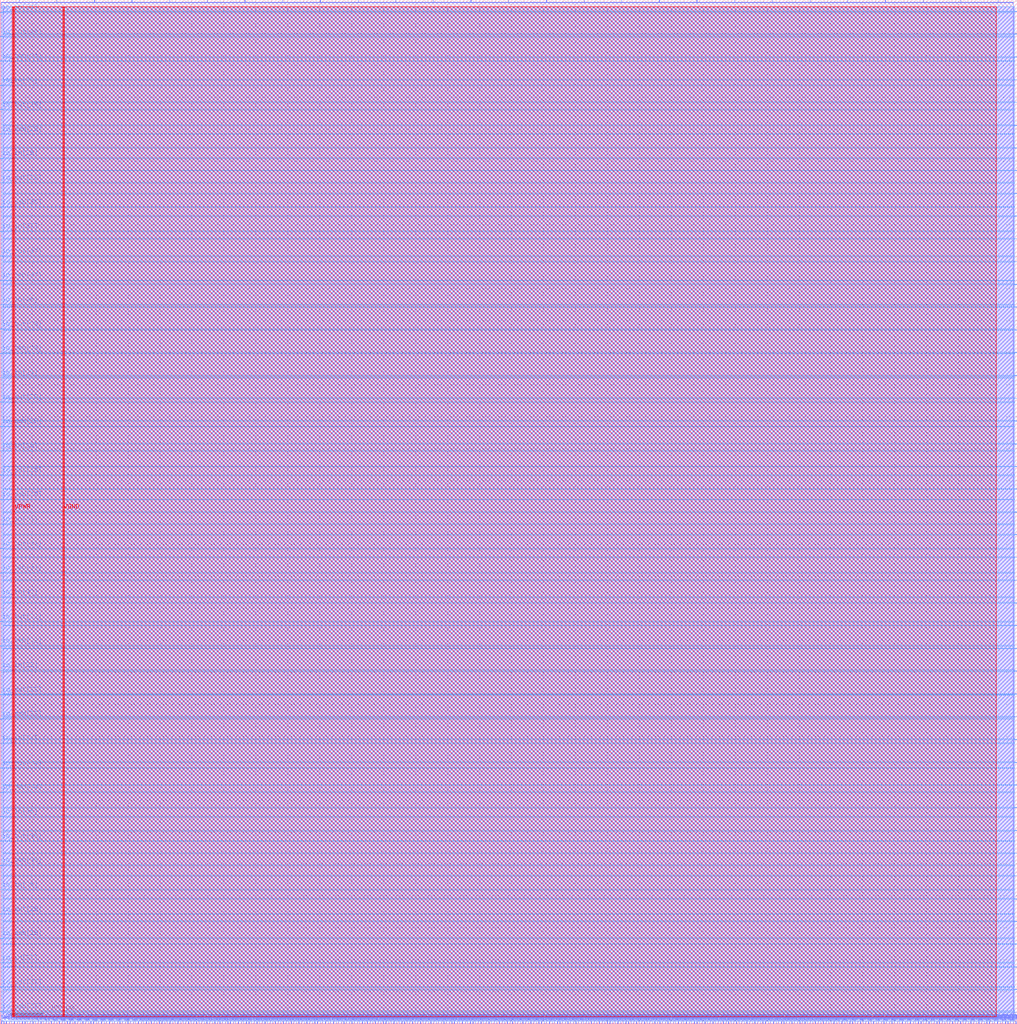
<source format=lef>
VERSION 5.7 ;
  NOWIREEXTENSIONATPIN ON ;
  DIVIDERCHAR "/" ;
  BUSBITCHARS "[]" ;
MACRO Ibtida_top_dffram_cv
  CLASS BLOCK ;
  FOREIGN Ibtida_top_dffram_cv ;
  ORIGIN 0.000 0.000 ;
  SIZE 1591.465 BY 1602.185 ;
  PIN io_in[0]
    DIRECTION INPUT ;
    PORT
      LAYER met3 ;
        RECT 1587.465 17.720 1591.465 18.320 ;
    END
  END io_in[0]
  PIN io_in[10]
    DIRECTION INPUT ;
    PORT
      LAYER met3 ;
        RECT 1587.465 1085.320 1591.465 1085.920 ;
    END
  END io_in[10]
  PIN io_in[11]
    DIRECTION INPUT ;
    PORT
      LAYER met3 ;
        RECT 1587.465 1192.080 1591.465 1192.680 ;
    END
  END io_in[11]
  PIN io_in[12]
    DIRECTION INPUT ;
    PORT
      LAYER met3 ;
        RECT 1587.465 1298.840 1591.465 1299.440 ;
    END
  END io_in[12]
  PIN io_in[13]
    DIRECTION INPUT ;
    PORT
      LAYER met3 ;
        RECT 1587.465 1405.600 1591.465 1406.200 ;
    END
  END io_in[13]
  PIN io_in[14]
    DIRECTION INPUT ;
    PORT
      LAYER met3 ;
        RECT 1587.465 1512.360 1591.465 1512.960 ;
    END
  END io_in[14]
  PIN io_in[15]
    DIRECTION INPUT ;
    PORT
      LAYER met2 ;
        RECT 1561.790 1598.185 1562.070 1602.185 ;
    END
  END io_in[15]
  PIN io_in[16]
    DIRECTION INPUT ;
    PORT
      LAYER met2 ;
        RECT 1385.150 1598.185 1385.430 1602.185 ;
    END
  END io_in[16]
  PIN io_in[17]
    DIRECTION INPUT ;
    PORT
      LAYER met2 ;
        RECT 1208.050 1598.185 1208.330 1602.185 ;
    END
  END io_in[17]
  PIN io_in[18]
    DIRECTION INPUT ;
    PORT
      LAYER met2 ;
        RECT 1031.410 1598.185 1031.690 1602.185 ;
    END
  END io_in[18]
  PIN io_in[19]
    DIRECTION INPUT ;
    PORT
      LAYER met2 ;
        RECT 854.770 1598.185 855.050 1602.185 ;
    END
  END io_in[19]
  PIN io_in[1]
    DIRECTION INPUT ;
    PORT
      LAYER met3 ;
        RECT 1587.465 124.480 1591.465 125.080 ;
    END
  END io_in[1]
  PIN io_in[20]
    DIRECTION INPUT ;
    PORT
      LAYER met2 ;
        RECT 677.670 1598.185 677.950 1602.185 ;
    END
  END io_in[20]
  PIN io_in[21]
    DIRECTION INPUT ;
    PORT
      LAYER met2 ;
        RECT 501.030 1598.185 501.310 1602.185 ;
    END
  END io_in[21]
  PIN io_in[22]
    DIRECTION INPUT ;
    PORT
      LAYER met2 ;
        RECT 323.930 1598.185 324.210 1602.185 ;
    END
  END io_in[22]
  PIN io_in[23]
    DIRECTION INPUT ;
    PORT
      LAYER met2 ;
        RECT 147.290 1598.185 147.570 1602.185 ;
    END
  END io_in[23]
  PIN io_in[24]
    DIRECTION INPUT ;
    PORT
      LAYER met3 ;
        RECT 0.000 1582.400 4.000 1583.000 ;
    END
  END io_in[24]
  PIN io_in[25]
    DIRECTION INPUT ;
    PORT
      LAYER met3 ;
        RECT 0.000 1468.160 4.000 1468.760 ;
    END
  END io_in[25]
  PIN io_in[26]
    DIRECTION INPUT ;
    PORT
      LAYER met3 ;
        RECT 0.000 1353.920 4.000 1354.520 ;
    END
  END io_in[26]
  PIN io_in[27]
    DIRECTION INPUT ;
    PORT
      LAYER met3 ;
        RECT 0.000 1239.680 4.000 1240.280 ;
    END
  END io_in[27]
  PIN io_in[28]
    DIRECTION INPUT ;
    PORT
      LAYER met3 ;
        RECT 0.000 1124.760 4.000 1125.360 ;
    END
  END io_in[28]
  PIN io_in[29]
    DIRECTION INPUT ;
    PORT
      LAYER met3 ;
        RECT 0.000 1010.520 4.000 1011.120 ;
    END
  END io_in[29]
  PIN io_in[2]
    DIRECTION INPUT ;
    PORT
      LAYER met3 ;
        RECT 1587.465 231.240 1591.465 231.840 ;
    END
  END io_in[2]
  PIN io_in[30]
    DIRECTION INPUT ;
    PORT
      LAYER met3 ;
        RECT 0.000 896.280 4.000 896.880 ;
    END
  END io_in[30]
  PIN io_in[31]
    DIRECTION INPUT ;
    PORT
      LAYER met3 ;
        RECT 0.000 781.360 4.000 781.960 ;
    END
  END io_in[31]
  PIN io_in[32]
    DIRECTION INPUT ;
    PORT
      LAYER met3 ;
        RECT 0.000 667.120 4.000 667.720 ;
    END
  END io_in[32]
  PIN io_in[33]
    DIRECTION INPUT ;
    PORT
      LAYER met3 ;
        RECT 0.000 552.880 4.000 553.480 ;
    END
  END io_in[33]
  PIN io_in[34]
    DIRECTION INPUT ;
    PORT
      LAYER met3 ;
        RECT 0.000 438.640 4.000 439.240 ;
    END
  END io_in[34]
  PIN io_in[35]
    DIRECTION INPUT ;
    PORT
      LAYER met3 ;
        RECT 0.000 323.720 4.000 324.320 ;
    END
  END io_in[35]
  PIN io_in[36]
    DIRECTION INPUT ;
    PORT
      LAYER met3 ;
        RECT 0.000 209.480 4.000 210.080 ;
    END
  END io_in[36]
  PIN io_in[37]
    DIRECTION INPUT ;
    PORT
      LAYER met3 ;
        RECT 0.000 95.240 4.000 95.840 ;
    END
  END io_in[37]
  PIN io_in[3]
    DIRECTION INPUT ;
    PORT
      LAYER met3 ;
        RECT 1587.465 338.000 1591.465 338.600 ;
    END
  END io_in[3]
  PIN io_in[4]
    DIRECTION INPUT ;
    PORT
      LAYER met3 ;
        RECT 1587.465 444.760 1591.465 445.360 ;
    END
  END io_in[4]
  PIN io_in[5]
    DIRECTION INPUT ;
    PORT
      LAYER met3 ;
        RECT 1587.465 551.520 1591.465 552.120 ;
    END
  END io_in[5]
  PIN io_in[6]
    DIRECTION INPUT ;
    PORT
      LAYER met3 ;
        RECT 1587.465 658.280 1591.465 658.880 ;
    END
  END io_in[6]
  PIN io_in[7]
    DIRECTION INPUT ;
    PORT
      LAYER met3 ;
        RECT 1587.465 765.040 1591.465 765.640 ;
    END
  END io_in[7]
  PIN io_in[8]
    DIRECTION INPUT ;
    PORT
      LAYER met3 ;
        RECT 1587.465 871.800 1591.465 872.400 ;
    END
  END io_in[8]
  PIN io_in[9]
    DIRECTION INPUT ;
    PORT
      LAYER met3 ;
        RECT 1587.465 978.560 1591.465 979.160 ;
    END
  END io_in[9]
  PIN io_oeb[0]
    DIRECTION OUTPUT TRISTATE ;
    PORT
      LAYER met3 ;
        RECT 1587.465 88.440 1591.465 89.040 ;
    END
  END io_oeb[0]
  PIN io_oeb[10]
    DIRECTION OUTPUT TRISTATE ;
    PORT
      LAYER met3 ;
        RECT 1587.465 1156.720 1591.465 1157.320 ;
    END
  END io_oeb[10]
  PIN io_oeb[11]
    DIRECTION OUTPUT TRISTATE ;
    PORT
      LAYER met3 ;
        RECT 1587.465 1263.480 1591.465 1264.080 ;
    END
  END io_oeb[11]
  PIN io_oeb[12]
    DIRECTION OUTPUT TRISTATE ;
    PORT
      LAYER met3 ;
        RECT 1587.465 1370.240 1591.465 1370.840 ;
    END
  END io_oeb[12]
  PIN io_oeb[13]
    DIRECTION OUTPUT TRISTATE ;
    PORT
      LAYER met3 ;
        RECT 1587.465 1477.000 1591.465 1477.600 ;
    END
  END io_oeb[13]
  PIN io_oeb[14]
    DIRECTION OUTPUT TRISTATE ;
    PORT
      LAYER met3 ;
        RECT 1587.465 1583.760 1591.465 1584.360 ;
    END
  END io_oeb[14]
  PIN io_oeb[15]
    DIRECTION OUTPUT TRISTATE ;
    PORT
      LAYER met2 ;
        RECT 1444.030 1598.185 1444.310 1602.185 ;
    END
  END io_oeb[15]
  PIN io_oeb[16]
    DIRECTION OUTPUT TRISTATE ;
    PORT
      LAYER met2 ;
        RECT 1267.390 1598.185 1267.670 1602.185 ;
    END
  END io_oeb[16]
  PIN io_oeb[17]
    DIRECTION OUTPUT TRISTATE ;
    PORT
      LAYER met2 ;
        RECT 1090.290 1598.185 1090.570 1602.185 ;
    END
  END io_oeb[17]
  PIN io_oeb[18]
    DIRECTION OUTPUT TRISTATE ;
    PORT
      LAYER met2 ;
        RECT 913.650 1598.185 913.930 1602.185 ;
    END
  END io_oeb[18]
  PIN io_oeb[19]
    DIRECTION OUTPUT TRISTATE ;
    PORT
      LAYER met2 ;
        RECT 736.550 1598.185 736.830 1602.185 ;
    END
  END io_oeb[19]
  PIN io_oeb[1]
    DIRECTION OUTPUT TRISTATE ;
    PORT
      LAYER met3 ;
        RECT 1587.465 195.200 1591.465 195.800 ;
    END
  END io_oeb[1]
  PIN io_oeb[20]
    DIRECTION OUTPUT TRISTATE ;
    PORT
      LAYER met2 ;
        RECT 559.910 1598.185 560.190 1602.185 ;
    END
  END io_oeb[20]
  PIN io_oeb[21]
    DIRECTION OUTPUT TRISTATE ;
    PORT
      LAYER met2 ;
        RECT 382.810 1598.185 383.090 1602.185 ;
    END
  END io_oeb[21]
  PIN io_oeb[22]
    DIRECTION OUTPUT TRISTATE ;
    PORT
      LAYER met2 ;
        RECT 206.170 1598.185 206.450 1602.185 ;
    END
  END io_oeb[22]
  PIN io_oeb[23]
    DIRECTION OUTPUT TRISTATE ;
    PORT
      LAYER met2 ;
        RECT 29.530 1598.185 29.810 1602.185 ;
    END
  END io_oeb[23]
  PIN io_oeb[24]
    DIRECTION OUTPUT TRISTATE ;
    PORT
      LAYER met3 ;
        RECT 0.000 1506.240 4.000 1506.840 ;
    END
  END io_oeb[24]
  PIN io_oeb[25]
    DIRECTION OUTPUT TRISTATE ;
    PORT
      LAYER met3 ;
        RECT 0.000 1392.000 4.000 1392.600 ;
    END
  END io_oeb[25]
  PIN io_oeb[26]
    DIRECTION OUTPUT TRISTATE ;
    PORT
      LAYER met3 ;
        RECT 0.000 1277.760 4.000 1278.360 ;
    END
  END io_oeb[26]
  PIN io_oeb[27]
    DIRECTION OUTPUT TRISTATE ;
    PORT
      LAYER met3 ;
        RECT 0.000 1162.840 4.000 1163.440 ;
    END
  END io_oeb[27]
  PIN io_oeb[28]
    DIRECTION OUTPUT TRISTATE ;
    PORT
      LAYER met3 ;
        RECT 0.000 1048.600 4.000 1049.200 ;
    END
  END io_oeb[28]
  PIN io_oeb[29]
    DIRECTION OUTPUT TRISTATE ;
    PORT
      LAYER met3 ;
        RECT 0.000 934.360 4.000 934.960 ;
    END
  END io_oeb[29]
  PIN io_oeb[2]
    DIRECTION OUTPUT TRISTATE ;
    PORT
      LAYER met3 ;
        RECT 1587.465 301.960 1591.465 302.560 ;
    END
  END io_oeb[2]
  PIN io_oeb[30]
    DIRECTION OUTPUT TRISTATE ;
    PORT
      LAYER met3 ;
        RECT 0.000 820.120 4.000 820.720 ;
    END
  END io_oeb[30]
  PIN io_oeb[31]
    DIRECTION OUTPUT TRISTATE ;
    PORT
      LAYER met3 ;
        RECT 0.000 705.200 4.000 705.800 ;
    END
  END io_oeb[31]
  PIN io_oeb[32]
    DIRECTION OUTPUT TRISTATE ;
    PORT
      LAYER met3 ;
        RECT 0.000 590.960 4.000 591.560 ;
    END
  END io_oeb[32]
  PIN io_oeb[33]
    DIRECTION OUTPUT TRISTATE ;
    PORT
      LAYER met3 ;
        RECT 0.000 476.720 4.000 477.320 ;
    END
  END io_oeb[33]
  PIN io_oeb[34]
    DIRECTION OUTPUT TRISTATE ;
    PORT
      LAYER met3 ;
        RECT 0.000 361.800 4.000 362.400 ;
    END
  END io_oeb[34]
  PIN io_oeb[35]
    DIRECTION OUTPUT TRISTATE ;
    PORT
      LAYER met3 ;
        RECT 0.000 247.560 4.000 248.160 ;
    END
  END io_oeb[35]
  PIN io_oeb[36]
    DIRECTION OUTPUT TRISTATE ;
    PORT
      LAYER met3 ;
        RECT 0.000 133.320 4.000 133.920 ;
    END
  END io_oeb[36]
  PIN io_oeb[37]
    DIRECTION OUTPUT TRISTATE ;
    PORT
      LAYER met3 ;
        RECT 0.000 19.080 4.000 19.680 ;
    END
  END io_oeb[37]
  PIN io_oeb[3]
    DIRECTION OUTPUT TRISTATE ;
    PORT
      LAYER met3 ;
        RECT 1587.465 408.720 1591.465 409.320 ;
    END
  END io_oeb[3]
  PIN io_oeb[4]
    DIRECTION OUTPUT TRISTATE ;
    PORT
      LAYER met3 ;
        RECT 1587.465 515.480 1591.465 516.080 ;
    END
  END io_oeb[4]
  PIN io_oeb[5]
    DIRECTION OUTPUT TRISTATE ;
    PORT
      LAYER met3 ;
        RECT 1587.465 622.920 1591.465 623.520 ;
    END
  END io_oeb[5]
  PIN io_oeb[6]
    DIRECTION OUTPUT TRISTATE ;
    PORT
      LAYER met3 ;
        RECT 1587.465 729.680 1591.465 730.280 ;
    END
  END io_oeb[6]
  PIN io_oeb[7]
    DIRECTION OUTPUT TRISTATE ;
    PORT
      LAYER met3 ;
        RECT 1587.465 836.440 1591.465 837.040 ;
    END
  END io_oeb[7]
  PIN io_oeb[8]
    DIRECTION OUTPUT TRISTATE ;
    PORT
      LAYER met3 ;
        RECT 1587.465 943.200 1591.465 943.800 ;
    END
  END io_oeb[8]
  PIN io_oeb[9]
    DIRECTION OUTPUT TRISTATE ;
    PORT
      LAYER met3 ;
        RECT 1587.465 1049.960 1591.465 1050.560 ;
    END
  END io_oeb[9]
  PIN io_out[0]
    DIRECTION OUTPUT TRISTATE ;
    PORT
      LAYER met3 ;
        RECT 1587.465 53.080 1591.465 53.680 ;
    END
  END io_out[0]
  PIN io_out[10]
    DIRECTION OUTPUT TRISTATE ;
    PORT
      LAYER met3 ;
        RECT 1587.465 1121.360 1591.465 1121.960 ;
    END
  END io_out[10]
  PIN io_out[11]
    DIRECTION OUTPUT TRISTATE ;
    PORT
      LAYER met3 ;
        RECT 1587.465 1228.120 1591.465 1228.720 ;
    END
  END io_out[11]
  PIN io_out[12]
    DIRECTION OUTPUT TRISTATE ;
    PORT
      LAYER met3 ;
        RECT 1587.465 1334.880 1591.465 1335.480 ;
    END
  END io_out[12]
  PIN io_out[13]
    DIRECTION OUTPUT TRISTATE ;
    PORT
      LAYER met3 ;
        RECT 1587.465 1441.640 1591.465 1442.240 ;
    END
  END io_out[13]
  PIN io_out[14]
    DIRECTION OUTPUT TRISTATE ;
    PORT
      LAYER met3 ;
        RECT 1587.465 1548.400 1591.465 1549.000 ;
    END
  END io_out[14]
  PIN io_out[15]
    DIRECTION OUTPUT TRISTATE ;
    PORT
      LAYER met2 ;
        RECT 1502.910 1598.185 1503.190 1602.185 ;
    END
  END io_out[15]
  PIN io_out[16]
    DIRECTION OUTPUT TRISTATE ;
    PORT
      LAYER met2 ;
        RECT 1326.270 1598.185 1326.550 1602.185 ;
    END
  END io_out[16]
  PIN io_out[17]
    DIRECTION OUTPUT TRISTATE ;
    PORT
      LAYER met2 ;
        RECT 1149.170 1598.185 1149.450 1602.185 ;
    END
  END io_out[17]
  PIN io_out[18]
    DIRECTION OUTPUT TRISTATE ;
    PORT
      LAYER met2 ;
        RECT 972.530 1598.185 972.810 1602.185 ;
    END
  END io_out[18]
  PIN io_out[19]
    DIRECTION OUTPUT TRISTATE ;
    PORT
      LAYER met2 ;
        RECT 795.430 1598.185 795.710 1602.185 ;
    END
  END io_out[19]
  PIN io_out[1]
    DIRECTION OUTPUT TRISTATE ;
    PORT
      LAYER met3 ;
        RECT 1587.465 159.840 1591.465 160.440 ;
    END
  END io_out[1]
  PIN io_out[20]
    DIRECTION OUTPUT TRISTATE ;
    PORT
      LAYER met2 ;
        RECT 618.790 1598.185 619.070 1602.185 ;
    END
  END io_out[20]
  PIN io_out[21]
    DIRECTION OUTPUT TRISTATE ;
    PORT
      LAYER met2 ;
        RECT 442.150 1598.185 442.430 1602.185 ;
    END
  END io_out[21]
  PIN io_out[22]
    DIRECTION OUTPUT TRISTATE ;
    PORT
      LAYER met2 ;
        RECT 265.050 1598.185 265.330 1602.185 ;
    END
  END io_out[22]
  PIN io_out[23]
    DIRECTION OUTPUT TRISTATE ;
    PORT
      LAYER met2 ;
        RECT 88.410 1598.185 88.690 1602.185 ;
    END
  END io_out[23]
  PIN io_out[24]
    DIRECTION OUTPUT TRISTATE ;
    PORT
      LAYER met3 ;
        RECT 0.000 1544.320 4.000 1544.920 ;
    END
  END io_out[24]
  PIN io_out[25]
    DIRECTION OUTPUT TRISTATE ;
    PORT
      LAYER met3 ;
        RECT 0.000 1430.080 4.000 1430.680 ;
    END
  END io_out[25]
  PIN io_out[26]
    DIRECTION OUTPUT TRISTATE ;
    PORT
      LAYER met3 ;
        RECT 0.000 1315.840 4.000 1316.440 ;
    END
  END io_out[26]
  PIN io_out[27]
    DIRECTION OUTPUT TRISTATE ;
    PORT
      LAYER met3 ;
        RECT 0.000 1200.920 4.000 1201.520 ;
    END
  END io_out[27]
  PIN io_out[28]
    DIRECTION OUTPUT TRISTATE ;
    PORT
      LAYER met3 ;
        RECT 0.000 1086.680 4.000 1087.280 ;
    END
  END io_out[28]
  PIN io_out[29]
    DIRECTION OUTPUT TRISTATE ;
    PORT
      LAYER met3 ;
        RECT 0.000 972.440 4.000 973.040 ;
    END
  END io_out[29]
  PIN io_out[2]
    DIRECTION OUTPUT TRISTATE ;
    PORT
      LAYER met3 ;
        RECT 1587.465 266.600 1591.465 267.200 ;
    END
  END io_out[2]
  PIN io_out[30]
    DIRECTION OUTPUT TRISTATE ;
    PORT
      LAYER met3 ;
        RECT 0.000 858.200 4.000 858.800 ;
    END
  END io_out[30]
  PIN io_out[31]
    DIRECTION OUTPUT TRISTATE ;
    PORT
      LAYER met3 ;
        RECT 0.000 743.280 4.000 743.880 ;
    END
  END io_out[31]
  PIN io_out[32]
    DIRECTION OUTPUT TRISTATE ;
    PORT
      LAYER met3 ;
        RECT 0.000 629.040 4.000 629.640 ;
    END
  END io_out[32]
  PIN io_out[33]
    DIRECTION OUTPUT TRISTATE ;
    PORT
      LAYER met3 ;
        RECT 0.000 514.800 4.000 515.400 ;
    END
  END io_out[33]
  PIN io_out[34]
    DIRECTION OUTPUT TRISTATE ;
    PORT
      LAYER met3 ;
        RECT 0.000 399.880 4.000 400.480 ;
    END
  END io_out[34]
  PIN io_out[35]
    DIRECTION OUTPUT TRISTATE ;
    PORT
      LAYER met3 ;
        RECT 0.000 285.640 4.000 286.240 ;
    END
  END io_out[35]
  PIN io_out[36]
    DIRECTION OUTPUT TRISTATE ;
    PORT
      LAYER met3 ;
        RECT 0.000 171.400 4.000 172.000 ;
    END
  END io_out[36]
  PIN io_out[37]
    DIRECTION OUTPUT TRISTATE ;
    PORT
      LAYER met3 ;
        RECT 0.000 57.160 4.000 57.760 ;
    END
  END io_out[37]
  PIN io_out[3]
    DIRECTION OUTPUT TRISTATE ;
    PORT
      LAYER met3 ;
        RECT 1587.465 373.360 1591.465 373.960 ;
    END
  END io_out[3]
  PIN io_out[4]
    DIRECTION OUTPUT TRISTATE ;
    PORT
      LAYER met3 ;
        RECT 1587.465 480.120 1591.465 480.720 ;
    END
  END io_out[4]
  PIN io_out[5]
    DIRECTION OUTPUT TRISTATE ;
    PORT
      LAYER met3 ;
        RECT 1587.465 586.880 1591.465 587.480 ;
    END
  END io_out[5]
  PIN io_out[6]
    DIRECTION OUTPUT TRISTATE ;
    PORT
      LAYER met3 ;
        RECT 1587.465 693.640 1591.465 694.240 ;
    END
  END io_out[6]
  PIN io_out[7]
    DIRECTION OUTPUT TRISTATE ;
    PORT
      LAYER met3 ;
        RECT 1587.465 800.400 1591.465 801.000 ;
    END
  END io_out[7]
  PIN io_out[8]
    DIRECTION OUTPUT TRISTATE ;
    PORT
      LAYER met3 ;
        RECT 1587.465 907.160 1591.465 907.760 ;
    END
  END io_out[8]
  PIN io_out[9]
    DIRECTION OUTPUT TRISTATE ;
    PORT
      LAYER met3 ;
        RECT 1587.465 1013.920 1591.465 1014.520 ;
    END
  END io_out[9]
  PIN la_data_in[0]
    DIRECTION INPUT ;
    PORT
      LAYER met2 ;
        RECT 9.750 0.000 10.030 4.000 ;
    END
  END la_data_in[0]
  PIN la_data_in[100]
    DIRECTION INPUT ;
    PORT
      LAYER met2 ;
        RECT 1247.150 0.000 1247.430 4.000 ;
    END
  END la_data_in[100]
  PIN la_data_in[101]
    DIRECTION INPUT ;
    PORT
      LAYER met2 ;
        RECT 1259.110 0.000 1259.390 4.000 ;
    END
  END la_data_in[101]
  PIN la_data_in[102]
    DIRECTION INPUT ;
    PORT
      LAYER met2 ;
        RECT 1271.530 0.000 1271.810 4.000 ;
    END
  END la_data_in[102]
  PIN la_data_in[103]
    DIRECTION INPUT ;
    PORT
      LAYER met2 ;
        RECT 1283.950 0.000 1284.230 4.000 ;
    END
  END la_data_in[103]
  PIN la_data_in[104]
    DIRECTION INPUT ;
    PORT
      LAYER met2 ;
        RECT 1296.370 0.000 1296.650 4.000 ;
    END
  END la_data_in[104]
  PIN la_data_in[105]
    DIRECTION INPUT ;
    PORT
      LAYER met2 ;
        RECT 1308.790 0.000 1309.070 4.000 ;
    END
  END la_data_in[105]
  PIN la_data_in[106]
    DIRECTION INPUT ;
    PORT
      LAYER met2 ;
        RECT 1321.210 0.000 1321.490 4.000 ;
    END
  END la_data_in[106]
  PIN la_data_in[107]
    DIRECTION INPUT ;
    PORT
      LAYER met2 ;
        RECT 1333.630 0.000 1333.910 4.000 ;
    END
  END la_data_in[107]
  PIN la_data_in[108]
    DIRECTION INPUT ;
    PORT
      LAYER met2 ;
        RECT 1346.050 0.000 1346.330 4.000 ;
    END
  END la_data_in[108]
  PIN la_data_in[109]
    DIRECTION INPUT ;
    PORT
      LAYER met2 ;
        RECT 1358.470 0.000 1358.750 4.000 ;
    END
  END la_data_in[109]
  PIN la_data_in[10]
    DIRECTION INPUT ;
    PORT
      LAYER met2 ;
        RECT 133.490 0.000 133.770 4.000 ;
    END
  END la_data_in[10]
  PIN la_data_in[110]
    DIRECTION INPUT ;
    PORT
      LAYER met2 ;
        RECT 1370.430 0.000 1370.710 4.000 ;
    END
  END la_data_in[110]
  PIN la_data_in[111]
    DIRECTION INPUT ;
    PORT
      LAYER met2 ;
        RECT 1382.850 0.000 1383.130 4.000 ;
    END
  END la_data_in[111]
  PIN la_data_in[112]
    DIRECTION INPUT ;
    PORT
      LAYER met2 ;
        RECT 1395.270 0.000 1395.550 4.000 ;
    END
  END la_data_in[112]
  PIN la_data_in[113]
    DIRECTION INPUT ;
    PORT
      LAYER met2 ;
        RECT 1407.690 0.000 1407.970 4.000 ;
    END
  END la_data_in[113]
  PIN la_data_in[114]
    DIRECTION INPUT ;
    PORT
      LAYER met2 ;
        RECT 1420.110 0.000 1420.390 4.000 ;
    END
  END la_data_in[114]
  PIN la_data_in[115]
    DIRECTION INPUT ;
    PORT
      LAYER met2 ;
        RECT 1432.530 0.000 1432.810 4.000 ;
    END
  END la_data_in[115]
  PIN la_data_in[116]
    DIRECTION INPUT ;
    PORT
      LAYER met2 ;
        RECT 1444.950 0.000 1445.230 4.000 ;
    END
  END la_data_in[116]
  PIN la_data_in[117]
    DIRECTION INPUT ;
    PORT
      LAYER met2 ;
        RECT 1457.370 0.000 1457.650 4.000 ;
    END
  END la_data_in[117]
  PIN la_data_in[118]
    DIRECTION INPUT ;
    PORT
      LAYER met2 ;
        RECT 1469.790 0.000 1470.070 4.000 ;
    END
  END la_data_in[118]
  PIN la_data_in[119]
    DIRECTION INPUT ;
    PORT
      LAYER met2 ;
        RECT 1481.750 0.000 1482.030 4.000 ;
    END
  END la_data_in[119]
  PIN la_data_in[11]
    DIRECTION INPUT ;
    PORT
      LAYER met2 ;
        RECT 145.910 0.000 146.190 4.000 ;
    END
  END la_data_in[11]
  PIN la_data_in[120]
    DIRECTION INPUT ;
    PORT
      LAYER met2 ;
        RECT 1494.170 0.000 1494.450 4.000 ;
    END
  END la_data_in[120]
  PIN la_data_in[121]
    DIRECTION INPUT ;
    PORT
      LAYER met2 ;
        RECT 1506.590 0.000 1506.870 4.000 ;
    END
  END la_data_in[121]
  PIN la_data_in[122]
    DIRECTION INPUT ;
    PORT
      LAYER met2 ;
        RECT 1519.010 0.000 1519.290 4.000 ;
    END
  END la_data_in[122]
  PIN la_data_in[123]
    DIRECTION INPUT ;
    PORT
      LAYER met2 ;
        RECT 1531.430 0.000 1531.710 4.000 ;
    END
  END la_data_in[123]
  PIN la_data_in[124]
    DIRECTION INPUT ;
    PORT
      LAYER met2 ;
        RECT 1543.850 0.000 1544.130 4.000 ;
    END
  END la_data_in[124]
  PIN la_data_in[125]
    DIRECTION INPUT ;
    PORT
      LAYER met2 ;
        RECT 1556.270 0.000 1556.550 4.000 ;
    END
  END la_data_in[125]
  PIN la_data_in[126]
    DIRECTION INPUT ;
    PORT
      LAYER met2 ;
        RECT 1568.690 0.000 1568.970 4.000 ;
    END
  END la_data_in[126]
  PIN la_data_in[127]
    DIRECTION INPUT ;
    PORT
      LAYER met2 ;
        RECT 1581.110 0.000 1581.390 4.000 ;
    END
  END la_data_in[127]
  PIN la_data_in[12]
    DIRECTION INPUT ;
    PORT
      LAYER met2 ;
        RECT 158.330 0.000 158.610 4.000 ;
    END
  END la_data_in[12]
  PIN la_data_in[13]
    DIRECTION INPUT ;
    PORT
      LAYER met2 ;
        RECT 170.750 0.000 171.030 4.000 ;
    END
  END la_data_in[13]
  PIN la_data_in[14]
    DIRECTION INPUT ;
    PORT
      LAYER met2 ;
        RECT 183.170 0.000 183.450 4.000 ;
    END
  END la_data_in[14]
  PIN la_data_in[15]
    DIRECTION INPUT ;
    PORT
      LAYER met2 ;
        RECT 195.590 0.000 195.870 4.000 ;
    END
  END la_data_in[15]
  PIN la_data_in[16]
    DIRECTION INPUT ;
    PORT
      LAYER met2 ;
        RECT 208.010 0.000 208.290 4.000 ;
    END
  END la_data_in[16]
  PIN la_data_in[17]
    DIRECTION INPUT ;
    PORT
      LAYER met2 ;
        RECT 220.430 0.000 220.710 4.000 ;
    END
  END la_data_in[17]
  PIN la_data_in[18]
    DIRECTION INPUT ;
    PORT
      LAYER met2 ;
        RECT 232.390 0.000 232.670 4.000 ;
    END
  END la_data_in[18]
  PIN la_data_in[19]
    DIRECTION INPUT ;
    PORT
      LAYER met2 ;
        RECT 244.810 0.000 245.090 4.000 ;
    END
  END la_data_in[19]
  PIN la_data_in[1]
    DIRECTION INPUT ;
    PORT
      LAYER met2 ;
        RECT 22.170 0.000 22.450 4.000 ;
    END
  END la_data_in[1]
  PIN la_data_in[20]
    DIRECTION INPUT ;
    PORT
      LAYER met2 ;
        RECT 257.230 0.000 257.510 4.000 ;
    END
  END la_data_in[20]
  PIN la_data_in[21]
    DIRECTION INPUT ;
    PORT
      LAYER met2 ;
        RECT 269.650 0.000 269.930 4.000 ;
    END
  END la_data_in[21]
  PIN la_data_in[22]
    DIRECTION INPUT ;
    PORT
      LAYER met2 ;
        RECT 282.070 0.000 282.350 4.000 ;
    END
  END la_data_in[22]
  PIN la_data_in[23]
    DIRECTION INPUT ;
    PORT
      LAYER met2 ;
        RECT 294.490 0.000 294.770 4.000 ;
    END
  END la_data_in[23]
  PIN la_data_in[24]
    DIRECTION INPUT ;
    PORT
      LAYER met2 ;
        RECT 306.910 0.000 307.190 4.000 ;
    END
  END la_data_in[24]
  PIN la_data_in[25]
    DIRECTION INPUT ;
    PORT
      LAYER met2 ;
        RECT 319.330 0.000 319.610 4.000 ;
    END
  END la_data_in[25]
  PIN la_data_in[26]
    DIRECTION INPUT ;
    PORT
      LAYER met2 ;
        RECT 331.750 0.000 332.030 4.000 ;
    END
  END la_data_in[26]
  PIN la_data_in[27]
    DIRECTION INPUT ;
    PORT
      LAYER met2 ;
        RECT 343.710 0.000 343.990 4.000 ;
    END
  END la_data_in[27]
  PIN la_data_in[28]
    DIRECTION INPUT ;
    PORT
      LAYER met2 ;
        RECT 356.130 0.000 356.410 4.000 ;
    END
  END la_data_in[28]
  PIN la_data_in[29]
    DIRECTION INPUT ;
    PORT
      LAYER met2 ;
        RECT 368.550 0.000 368.830 4.000 ;
    END
  END la_data_in[29]
  PIN la_data_in[2]
    DIRECTION INPUT ;
    PORT
      LAYER met2 ;
        RECT 34.590 0.000 34.870 4.000 ;
    END
  END la_data_in[2]
  PIN la_data_in[30]
    DIRECTION INPUT ;
    PORT
      LAYER met2 ;
        RECT 380.970 0.000 381.250 4.000 ;
    END
  END la_data_in[30]
  PIN la_data_in[31]
    DIRECTION INPUT ;
    PORT
      LAYER met2 ;
        RECT 393.390 0.000 393.670 4.000 ;
    END
  END la_data_in[31]
  PIN la_data_in[32]
    DIRECTION INPUT ;
    PORT
      LAYER met2 ;
        RECT 405.810 0.000 406.090 4.000 ;
    END
  END la_data_in[32]
  PIN la_data_in[33]
    DIRECTION INPUT ;
    PORT
      LAYER met2 ;
        RECT 418.230 0.000 418.510 4.000 ;
    END
  END la_data_in[33]
  PIN la_data_in[34]
    DIRECTION INPUT ;
    PORT
      LAYER met2 ;
        RECT 430.650 0.000 430.930 4.000 ;
    END
  END la_data_in[34]
  PIN la_data_in[35]
    DIRECTION INPUT ;
    PORT
      LAYER met2 ;
        RECT 443.070 0.000 443.350 4.000 ;
    END
  END la_data_in[35]
  PIN la_data_in[36]
    DIRECTION INPUT ;
    PORT
      LAYER met2 ;
        RECT 455.490 0.000 455.770 4.000 ;
    END
  END la_data_in[36]
  PIN la_data_in[37]
    DIRECTION INPUT ;
    PORT
      LAYER met2 ;
        RECT 467.450 0.000 467.730 4.000 ;
    END
  END la_data_in[37]
  PIN la_data_in[38]
    DIRECTION INPUT ;
    PORT
      LAYER met2 ;
        RECT 479.870 0.000 480.150 4.000 ;
    END
  END la_data_in[38]
  PIN la_data_in[39]
    DIRECTION INPUT ;
    PORT
      LAYER met2 ;
        RECT 492.290 0.000 492.570 4.000 ;
    END
  END la_data_in[39]
  PIN la_data_in[3]
    DIRECTION INPUT ;
    PORT
      LAYER met2 ;
        RECT 47.010 0.000 47.290 4.000 ;
    END
  END la_data_in[3]
  PIN la_data_in[40]
    DIRECTION INPUT ;
    PORT
      LAYER met2 ;
        RECT 504.710 0.000 504.990 4.000 ;
    END
  END la_data_in[40]
  PIN la_data_in[41]
    DIRECTION INPUT ;
    PORT
      LAYER met2 ;
        RECT 517.130 0.000 517.410 4.000 ;
    END
  END la_data_in[41]
  PIN la_data_in[42]
    DIRECTION INPUT ;
    PORT
      LAYER met2 ;
        RECT 529.550 0.000 529.830 4.000 ;
    END
  END la_data_in[42]
  PIN la_data_in[43]
    DIRECTION INPUT ;
    PORT
      LAYER met2 ;
        RECT 541.970 0.000 542.250 4.000 ;
    END
  END la_data_in[43]
  PIN la_data_in[44]
    DIRECTION INPUT ;
    PORT
      LAYER met2 ;
        RECT 554.390 0.000 554.670 4.000 ;
    END
  END la_data_in[44]
  PIN la_data_in[45]
    DIRECTION INPUT ;
    PORT
      LAYER met2 ;
        RECT 566.810 0.000 567.090 4.000 ;
    END
  END la_data_in[45]
  PIN la_data_in[46]
    DIRECTION INPUT ;
    PORT
      LAYER met2 ;
        RECT 578.770 0.000 579.050 4.000 ;
    END
  END la_data_in[46]
  PIN la_data_in[47]
    DIRECTION INPUT ;
    PORT
      LAYER met2 ;
        RECT 591.190 0.000 591.470 4.000 ;
    END
  END la_data_in[47]
  PIN la_data_in[48]
    DIRECTION INPUT ;
    PORT
      LAYER met2 ;
        RECT 603.610 0.000 603.890 4.000 ;
    END
  END la_data_in[48]
  PIN la_data_in[49]
    DIRECTION INPUT ;
    PORT
      LAYER met2 ;
        RECT 616.030 0.000 616.310 4.000 ;
    END
  END la_data_in[49]
  PIN la_data_in[4]
    DIRECTION INPUT ;
    PORT
      LAYER met2 ;
        RECT 59.430 0.000 59.710 4.000 ;
    END
  END la_data_in[4]
  PIN la_data_in[50]
    DIRECTION INPUT ;
    PORT
      LAYER met2 ;
        RECT 628.450 0.000 628.730 4.000 ;
    END
  END la_data_in[50]
  PIN la_data_in[51]
    DIRECTION INPUT ;
    PORT
      LAYER met2 ;
        RECT 640.870 0.000 641.150 4.000 ;
    END
  END la_data_in[51]
  PIN la_data_in[52]
    DIRECTION INPUT ;
    PORT
      LAYER met2 ;
        RECT 653.290 0.000 653.570 4.000 ;
    END
  END la_data_in[52]
  PIN la_data_in[53]
    DIRECTION INPUT ;
    PORT
      LAYER met2 ;
        RECT 665.710 0.000 665.990 4.000 ;
    END
  END la_data_in[53]
  PIN la_data_in[54]
    DIRECTION INPUT ;
    PORT
      LAYER met2 ;
        RECT 678.130 0.000 678.410 4.000 ;
    END
  END la_data_in[54]
  PIN la_data_in[55]
    DIRECTION INPUT ;
    PORT
      LAYER met2 ;
        RECT 690.090 0.000 690.370 4.000 ;
    END
  END la_data_in[55]
  PIN la_data_in[56]
    DIRECTION INPUT ;
    PORT
      LAYER met2 ;
        RECT 702.510 0.000 702.790 4.000 ;
    END
  END la_data_in[56]
  PIN la_data_in[57]
    DIRECTION INPUT ;
    PORT
      LAYER met2 ;
        RECT 714.930 0.000 715.210 4.000 ;
    END
  END la_data_in[57]
  PIN la_data_in[58]
    DIRECTION INPUT ;
    PORT
      LAYER met2 ;
        RECT 727.350 0.000 727.630 4.000 ;
    END
  END la_data_in[58]
  PIN la_data_in[59]
    DIRECTION INPUT ;
    PORT
      LAYER met2 ;
        RECT 739.770 0.000 740.050 4.000 ;
    END
  END la_data_in[59]
  PIN la_data_in[5]
    DIRECTION INPUT ;
    PORT
      LAYER met2 ;
        RECT 71.850 0.000 72.130 4.000 ;
    END
  END la_data_in[5]
  PIN la_data_in[60]
    DIRECTION INPUT ;
    PORT
      LAYER met2 ;
        RECT 752.190 0.000 752.470 4.000 ;
    END
  END la_data_in[60]
  PIN la_data_in[61]
    DIRECTION INPUT ;
    PORT
      LAYER met2 ;
        RECT 764.610 0.000 764.890 4.000 ;
    END
  END la_data_in[61]
  PIN la_data_in[62]
    DIRECTION INPUT ;
    PORT
      LAYER met2 ;
        RECT 777.030 0.000 777.310 4.000 ;
    END
  END la_data_in[62]
  PIN la_data_in[63]
    DIRECTION INPUT ;
    PORT
      LAYER met2 ;
        RECT 789.450 0.000 789.730 4.000 ;
    END
  END la_data_in[63]
  PIN la_data_in[64]
    DIRECTION INPUT ;
    PORT
      LAYER met2 ;
        RECT 801.410 0.000 801.690 4.000 ;
    END
  END la_data_in[64]
  PIN la_data_in[65]
    DIRECTION INPUT ;
    PORT
      LAYER met2 ;
        RECT 813.830 0.000 814.110 4.000 ;
    END
  END la_data_in[65]
  PIN la_data_in[66]
    DIRECTION INPUT ;
    PORT
      LAYER met2 ;
        RECT 826.250 0.000 826.530 4.000 ;
    END
  END la_data_in[66]
  PIN la_data_in[67]
    DIRECTION INPUT ;
    PORT
      LAYER met2 ;
        RECT 838.670 0.000 838.950 4.000 ;
    END
  END la_data_in[67]
  PIN la_data_in[68]
    DIRECTION INPUT ;
    PORT
      LAYER met2 ;
        RECT 851.090 0.000 851.370 4.000 ;
    END
  END la_data_in[68]
  PIN la_data_in[69]
    DIRECTION INPUT ;
    PORT
      LAYER met2 ;
        RECT 863.510 0.000 863.790 4.000 ;
    END
  END la_data_in[69]
  PIN la_data_in[6]
    DIRECTION INPUT ;
    PORT
      LAYER met2 ;
        RECT 84.270 0.000 84.550 4.000 ;
    END
  END la_data_in[6]
  PIN la_data_in[70]
    DIRECTION INPUT ;
    PORT
      LAYER met2 ;
        RECT 875.930 0.000 876.210 4.000 ;
    END
  END la_data_in[70]
  PIN la_data_in[71]
    DIRECTION INPUT ;
    PORT
      LAYER met2 ;
        RECT 888.350 0.000 888.630 4.000 ;
    END
  END la_data_in[71]
  PIN la_data_in[72]
    DIRECTION INPUT ;
    PORT
      LAYER met2 ;
        RECT 900.770 0.000 901.050 4.000 ;
    END
  END la_data_in[72]
  PIN la_data_in[73]
    DIRECTION INPUT ;
    PORT
      LAYER met2 ;
        RECT 912.730 0.000 913.010 4.000 ;
    END
  END la_data_in[73]
  PIN la_data_in[74]
    DIRECTION INPUT ;
    PORT
      LAYER met2 ;
        RECT 925.150 0.000 925.430 4.000 ;
    END
  END la_data_in[74]
  PIN la_data_in[75]
    DIRECTION INPUT ;
    PORT
      LAYER met2 ;
        RECT 937.570 0.000 937.850 4.000 ;
    END
  END la_data_in[75]
  PIN la_data_in[76]
    DIRECTION INPUT ;
    PORT
      LAYER met2 ;
        RECT 949.990 0.000 950.270 4.000 ;
    END
  END la_data_in[76]
  PIN la_data_in[77]
    DIRECTION INPUT ;
    PORT
      LAYER met2 ;
        RECT 962.410 0.000 962.690 4.000 ;
    END
  END la_data_in[77]
  PIN la_data_in[78]
    DIRECTION INPUT ;
    PORT
      LAYER met2 ;
        RECT 974.830 0.000 975.110 4.000 ;
    END
  END la_data_in[78]
  PIN la_data_in[79]
    DIRECTION INPUT ;
    PORT
      LAYER met2 ;
        RECT 987.250 0.000 987.530 4.000 ;
    END
  END la_data_in[79]
  PIN la_data_in[7]
    DIRECTION INPUT ;
    PORT
      LAYER met2 ;
        RECT 96.690 0.000 96.970 4.000 ;
    END
  END la_data_in[7]
  PIN la_data_in[80]
    DIRECTION INPUT ;
    PORT
      LAYER met2 ;
        RECT 999.670 0.000 999.950 4.000 ;
    END
  END la_data_in[80]
  PIN la_data_in[81]
    DIRECTION INPUT ;
    PORT
      LAYER met2 ;
        RECT 1012.090 0.000 1012.370 4.000 ;
    END
  END la_data_in[81]
  PIN la_data_in[82]
    DIRECTION INPUT ;
    PORT
      LAYER met2 ;
        RECT 1024.510 0.000 1024.790 4.000 ;
    END
  END la_data_in[82]
  PIN la_data_in[83]
    DIRECTION INPUT ;
    PORT
      LAYER met2 ;
        RECT 1036.470 0.000 1036.750 4.000 ;
    END
  END la_data_in[83]
  PIN la_data_in[84]
    DIRECTION INPUT ;
    PORT
      LAYER met2 ;
        RECT 1048.890 0.000 1049.170 4.000 ;
    END
  END la_data_in[84]
  PIN la_data_in[85]
    DIRECTION INPUT ;
    PORT
      LAYER met2 ;
        RECT 1061.310 0.000 1061.590 4.000 ;
    END
  END la_data_in[85]
  PIN la_data_in[86]
    DIRECTION INPUT ;
    PORT
      LAYER met2 ;
        RECT 1073.730 0.000 1074.010 4.000 ;
    END
  END la_data_in[86]
  PIN la_data_in[87]
    DIRECTION INPUT ;
    PORT
      LAYER met2 ;
        RECT 1086.150 0.000 1086.430 4.000 ;
    END
  END la_data_in[87]
  PIN la_data_in[88]
    DIRECTION INPUT ;
    PORT
      LAYER met2 ;
        RECT 1098.570 0.000 1098.850 4.000 ;
    END
  END la_data_in[88]
  PIN la_data_in[89]
    DIRECTION INPUT ;
    PORT
      LAYER met2 ;
        RECT 1110.990 0.000 1111.270 4.000 ;
    END
  END la_data_in[89]
  PIN la_data_in[8]
    DIRECTION INPUT ;
    PORT
      LAYER met2 ;
        RECT 109.110 0.000 109.390 4.000 ;
    END
  END la_data_in[8]
  PIN la_data_in[90]
    DIRECTION INPUT ;
    PORT
      LAYER met2 ;
        RECT 1123.410 0.000 1123.690 4.000 ;
    END
  END la_data_in[90]
  PIN la_data_in[91]
    DIRECTION INPUT ;
    PORT
      LAYER met2 ;
        RECT 1135.830 0.000 1136.110 4.000 ;
    END
  END la_data_in[91]
  PIN la_data_in[92]
    DIRECTION INPUT ;
    PORT
      LAYER met2 ;
        RECT 1147.790 0.000 1148.070 4.000 ;
    END
  END la_data_in[92]
  PIN la_data_in[93]
    DIRECTION INPUT ;
    PORT
      LAYER met2 ;
        RECT 1160.210 0.000 1160.490 4.000 ;
    END
  END la_data_in[93]
  PIN la_data_in[94]
    DIRECTION INPUT ;
    PORT
      LAYER met2 ;
        RECT 1172.630 0.000 1172.910 4.000 ;
    END
  END la_data_in[94]
  PIN la_data_in[95]
    DIRECTION INPUT ;
    PORT
      LAYER met2 ;
        RECT 1185.050 0.000 1185.330 4.000 ;
    END
  END la_data_in[95]
  PIN la_data_in[96]
    DIRECTION INPUT ;
    PORT
      LAYER met2 ;
        RECT 1197.470 0.000 1197.750 4.000 ;
    END
  END la_data_in[96]
  PIN la_data_in[97]
    DIRECTION INPUT ;
    PORT
      LAYER met2 ;
        RECT 1209.890 0.000 1210.170 4.000 ;
    END
  END la_data_in[97]
  PIN la_data_in[98]
    DIRECTION INPUT ;
    PORT
      LAYER met2 ;
        RECT 1222.310 0.000 1222.590 4.000 ;
    END
  END la_data_in[98]
  PIN la_data_in[99]
    DIRECTION INPUT ;
    PORT
      LAYER met2 ;
        RECT 1234.730 0.000 1235.010 4.000 ;
    END
  END la_data_in[99]
  PIN la_data_in[9]
    DIRECTION INPUT ;
    PORT
      LAYER met2 ;
        RECT 121.070 0.000 121.350 4.000 ;
    END
  END la_data_in[9]
  PIN la_data_out[0]
    DIRECTION OUTPUT TRISTATE ;
    PORT
      LAYER met2 ;
        RECT 13.890 0.000 14.170 4.000 ;
    END
  END la_data_out[0]
  PIN la_data_out[100]
    DIRECTION OUTPUT TRISTATE ;
    PORT
      LAYER met2 ;
        RECT 1251.290 0.000 1251.570 4.000 ;
    END
  END la_data_out[100]
  PIN la_data_out[101]
    DIRECTION OUTPUT TRISTATE ;
    PORT
      LAYER met2 ;
        RECT 1263.250 0.000 1263.530 4.000 ;
    END
  END la_data_out[101]
  PIN la_data_out[102]
    DIRECTION OUTPUT TRISTATE ;
    PORT
      LAYER met2 ;
        RECT 1275.670 0.000 1275.950 4.000 ;
    END
  END la_data_out[102]
  PIN la_data_out[103]
    DIRECTION OUTPUT TRISTATE ;
    PORT
      LAYER met2 ;
        RECT 1288.090 0.000 1288.370 4.000 ;
    END
  END la_data_out[103]
  PIN la_data_out[104]
    DIRECTION OUTPUT TRISTATE ;
    PORT
      LAYER met2 ;
        RECT 1300.510 0.000 1300.790 4.000 ;
    END
  END la_data_out[104]
  PIN la_data_out[105]
    DIRECTION OUTPUT TRISTATE ;
    PORT
      LAYER met2 ;
        RECT 1312.930 0.000 1313.210 4.000 ;
    END
  END la_data_out[105]
  PIN la_data_out[106]
    DIRECTION OUTPUT TRISTATE ;
    PORT
      LAYER met2 ;
        RECT 1325.350 0.000 1325.630 4.000 ;
    END
  END la_data_out[106]
  PIN la_data_out[107]
    DIRECTION OUTPUT TRISTATE ;
    PORT
      LAYER met2 ;
        RECT 1337.770 0.000 1338.050 4.000 ;
    END
  END la_data_out[107]
  PIN la_data_out[108]
    DIRECTION OUTPUT TRISTATE ;
    PORT
      LAYER met2 ;
        RECT 1350.190 0.000 1350.470 4.000 ;
    END
  END la_data_out[108]
  PIN la_data_out[109]
    DIRECTION OUTPUT TRISTATE ;
    PORT
      LAYER met2 ;
        RECT 1362.610 0.000 1362.890 4.000 ;
    END
  END la_data_out[109]
  PIN la_data_out[10]
    DIRECTION OUTPUT TRISTATE ;
    PORT
      LAYER met2 ;
        RECT 137.630 0.000 137.910 4.000 ;
    END
  END la_data_out[10]
  PIN la_data_out[110]
    DIRECTION OUTPUT TRISTATE ;
    PORT
      LAYER met2 ;
        RECT 1374.570 0.000 1374.850 4.000 ;
    END
  END la_data_out[110]
  PIN la_data_out[111]
    DIRECTION OUTPUT TRISTATE ;
    PORT
      LAYER met2 ;
        RECT 1386.990 0.000 1387.270 4.000 ;
    END
  END la_data_out[111]
  PIN la_data_out[112]
    DIRECTION OUTPUT TRISTATE ;
    PORT
      LAYER met2 ;
        RECT 1399.410 0.000 1399.690 4.000 ;
    END
  END la_data_out[112]
  PIN la_data_out[113]
    DIRECTION OUTPUT TRISTATE ;
    PORT
      LAYER met2 ;
        RECT 1411.830 0.000 1412.110 4.000 ;
    END
  END la_data_out[113]
  PIN la_data_out[114]
    DIRECTION OUTPUT TRISTATE ;
    PORT
      LAYER met2 ;
        RECT 1424.250 0.000 1424.530 4.000 ;
    END
  END la_data_out[114]
  PIN la_data_out[115]
    DIRECTION OUTPUT TRISTATE ;
    PORT
      LAYER met2 ;
        RECT 1436.670 0.000 1436.950 4.000 ;
    END
  END la_data_out[115]
  PIN la_data_out[116]
    DIRECTION OUTPUT TRISTATE ;
    PORT
      LAYER met2 ;
        RECT 1449.090 0.000 1449.370 4.000 ;
    END
  END la_data_out[116]
  PIN la_data_out[117]
    DIRECTION OUTPUT TRISTATE ;
    PORT
      LAYER met2 ;
        RECT 1461.510 0.000 1461.790 4.000 ;
    END
  END la_data_out[117]
  PIN la_data_out[118]
    DIRECTION OUTPUT TRISTATE ;
    PORT
      LAYER met2 ;
        RECT 1473.930 0.000 1474.210 4.000 ;
    END
  END la_data_out[118]
  PIN la_data_out[119]
    DIRECTION OUTPUT TRISTATE ;
    PORT
      LAYER met2 ;
        RECT 1485.890 0.000 1486.170 4.000 ;
    END
  END la_data_out[119]
  PIN la_data_out[11]
    DIRECTION OUTPUT TRISTATE ;
    PORT
      LAYER met2 ;
        RECT 150.050 0.000 150.330 4.000 ;
    END
  END la_data_out[11]
  PIN la_data_out[120]
    DIRECTION OUTPUT TRISTATE ;
    PORT
      LAYER met2 ;
        RECT 1498.310 0.000 1498.590 4.000 ;
    END
  END la_data_out[120]
  PIN la_data_out[121]
    DIRECTION OUTPUT TRISTATE ;
    PORT
      LAYER met2 ;
        RECT 1510.730 0.000 1511.010 4.000 ;
    END
  END la_data_out[121]
  PIN la_data_out[122]
    DIRECTION OUTPUT TRISTATE ;
    PORT
      LAYER met2 ;
        RECT 1523.150 0.000 1523.430 4.000 ;
    END
  END la_data_out[122]
  PIN la_data_out[123]
    DIRECTION OUTPUT TRISTATE ;
    PORT
      LAYER met2 ;
        RECT 1535.570 0.000 1535.850 4.000 ;
    END
  END la_data_out[123]
  PIN la_data_out[124]
    DIRECTION OUTPUT TRISTATE ;
    PORT
      LAYER met2 ;
        RECT 1547.990 0.000 1548.270 4.000 ;
    END
  END la_data_out[124]
  PIN la_data_out[125]
    DIRECTION OUTPUT TRISTATE ;
    PORT
      LAYER met2 ;
        RECT 1560.410 0.000 1560.690 4.000 ;
    END
  END la_data_out[125]
  PIN la_data_out[126]
    DIRECTION OUTPUT TRISTATE ;
    PORT
      LAYER met2 ;
        RECT 1572.830 0.000 1573.110 4.000 ;
    END
  END la_data_out[126]
  PIN la_data_out[127]
    DIRECTION OUTPUT TRISTATE ;
    PORT
      LAYER met2 ;
        RECT 1585.250 0.000 1585.530 4.000 ;
    END
  END la_data_out[127]
  PIN la_data_out[12]
    DIRECTION OUTPUT TRISTATE ;
    PORT
      LAYER met2 ;
        RECT 162.470 0.000 162.750 4.000 ;
    END
  END la_data_out[12]
  PIN la_data_out[13]
    DIRECTION OUTPUT TRISTATE ;
    PORT
      LAYER met2 ;
        RECT 174.890 0.000 175.170 4.000 ;
    END
  END la_data_out[13]
  PIN la_data_out[14]
    DIRECTION OUTPUT TRISTATE ;
    PORT
      LAYER met2 ;
        RECT 187.310 0.000 187.590 4.000 ;
    END
  END la_data_out[14]
  PIN la_data_out[15]
    DIRECTION OUTPUT TRISTATE ;
    PORT
      LAYER met2 ;
        RECT 199.730 0.000 200.010 4.000 ;
    END
  END la_data_out[15]
  PIN la_data_out[16]
    DIRECTION OUTPUT TRISTATE ;
    PORT
      LAYER met2 ;
        RECT 212.150 0.000 212.430 4.000 ;
    END
  END la_data_out[16]
  PIN la_data_out[17]
    DIRECTION OUTPUT TRISTATE ;
    PORT
      LAYER met2 ;
        RECT 224.570 0.000 224.850 4.000 ;
    END
  END la_data_out[17]
  PIN la_data_out[18]
    DIRECTION OUTPUT TRISTATE ;
    PORT
      LAYER met2 ;
        RECT 236.530 0.000 236.810 4.000 ;
    END
  END la_data_out[18]
  PIN la_data_out[19]
    DIRECTION OUTPUT TRISTATE ;
    PORT
      LAYER met2 ;
        RECT 248.950 0.000 249.230 4.000 ;
    END
  END la_data_out[19]
  PIN la_data_out[1]
    DIRECTION OUTPUT TRISTATE ;
    PORT
      LAYER met2 ;
        RECT 26.310 0.000 26.590 4.000 ;
    END
  END la_data_out[1]
  PIN la_data_out[20]
    DIRECTION OUTPUT TRISTATE ;
    PORT
      LAYER met2 ;
        RECT 261.370 0.000 261.650 4.000 ;
    END
  END la_data_out[20]
  PIN la_data_out[21]
    DIRECTION OUTPUT TRISTATE ;
    PORT
      LAYER met2 ;
        RECT 273.790 0.000 274.070 4.000 ;
    END
  END la_data_out[21]
  PIN la_data_out[22]
    DIRECTION OUTPUT TRISTATE ;
    PORT
      LAYER met2 ;
        RECT 286.210 0.000 286.490 4.000 ;
    END
  END la_data_out[22]
  PIN la_data_out[23]
    DIRECTION OUTPUT TRISTATE ;
    PORT
      LAYER met2 ;
        RECT 298.630 0.000 298.910 4.000 ;
    END
  END la_data_out[23]
  PIN la_data_out[24]
    DIRECTION OUTPUT TRISTATE ;
    PORT
      LAYER met2 ;
        RECT 311.050 0.000 311.330 4.000 ;
    END
  END la_data_out[24]
  PIN la_data_out[25]
    DIRECTION OUTPUT TRISTATE ;
    PORT
      LAYER met2 ;
        RECT 323.470 0.000 323.750 4.000 ;
    END
  END la_data_out[25]
  PIN la_data_out[26]
    DIRECTION OUTPUT TRISTATE ;
    PORT
      LAYER met2 ;
        RECT 335.890 0.000 336.170 4.000 ;
    END
  END la_data_out[26]
  PIN la_data_out[27]
    DIRECTION OUTPUT TRISTATE ;
    PORT
      LAYER met2 ;
        RECT 347.850 0.000 348.130 4.000 ;
    END
  END la_data_out[27]
  PIN la_data_out[28]
    DIRECTION OUTPUT TRISTATE ;
    PORT
      LAYER met2 ;
        RECT 360.270 0.000 360.550 4.000 ;
    END
  END la_data_out[28]
  PIN la_data_out[29]
    DIRECTION OUTPUT TRISTATE ;
    PORT
      LAYER met2 ;
        RECT 372.690 0.000 372.970 4.000 ;
    END
  END la_data_out[29]
  PIN la_data_out[2]
    DIRECTION OUTPUT TRISTATE ;
    PORT
      LAYER met2 ;
        RECT 38.730 0.000 39.010 4.000 ;
    END
  END la_data_out[2]
  PIN la_data_out[30]
    DIRECTION OUTPUT TRISTATE ;
    PORT
      LAYER met2 ;
        RECT 385.110 0.000 385.390 4.000 ;
    END
  END la_data_out[30]
  PIN la_data_out[31]
    DIRECTION OUTPUT TRISTATE ;
    PORT
      LAYER met2 ;
        RECT 397.530 0.000 397.810 4.000 ;
    END
  END la_data_out[31]
  PIN la_data_out[32]
    DIRECTION OUTPUT TRISTATE ;
    PORT
      LAYER met2 ;
        RECT 409.950 0.000 410.230 4.000 ;
    END
  END la_data_out[32]
  PIN la_data_out[33]
    DIRECTION OUTPUT TRISTATE ;
    PORT
      LAYER met2 ;
        RECT 422.370 0.000 422.650 4.000 ;
    END
  END la_data_out[33]
  PIN la_data_out[34]
    DIRECTION OUTPUT TRISTATE ;
    PORT
      LAYER met2 ;
        RECT 434.790 0.000 435.070 4.000 ;
    END
  END la_data_out[34]
  PIN la_data_out[35]
    DIRECTION OUTPUT TRISTATE ;
    PORT
      LAYER met2 ;
        RECT 447.210 0.000 447.490 4.000 ;
    END
  END la_data_out[35]
  PIN la_data_out[36]
    DIRECTION OUTPUT TRISTATE ;
    PORT
      LAYER met2 ;
        RECT 459.170 0.000 459.450 4.000 ;
    END
  END la_data_out[36]
  PIN la_data_out[37]
    DIRECTION OUTPUT TRISTATE ;
    PORT
      LAYER met2 ;
        RECT 471.590 0.000 471.870 4.000 ;
    END
  END la_data_out[37]
  PIN la_data_out[38]
    DIRECTION OUTPUT TRISTATE ;
    PORT
      LAYER met2 ;
        RECT 484.010 0.000 484.290 4.000 ;
    END
  END la_data_out[38]
  PIN la_data_out[39]
    DIRECTION OUTPUT TRISTATE ;
    PORT
      LAYER met2 ;
        RECT 496.430 0.000 496.710 4.000 ;
    END
  END la_data_out[39]
  PIN la_data_out[3]
    DIRECTION OUTPUT TRISTATE ;
    PORT
      LAYER met2 ;
        RECT 51.150 0.000 51.430 4.000 ;
    END
  END la_data_out[3]
  PIN la_data_out[40]
    DIRECTION OUTPUT TRISTATE ;
    PORT
      LAYER met2 ;
        RECT 508.850 0.000 509.130 4.000 ;
    END
  END la_data_out[40]
  PIN la_data_out[41]
    DIRECTION OUTPUT TRISTATE ;
    PORT
      LAYER met2 ;
        RECT 521.270 0.000 521.550 4.000 ;
    END
  END la_data_out[41]
  PIN la_data_out[42]
    DIRECTION OUTPUT TRISTATE ;
    PORT
      LAYER met2 ;
        RECT 533.690 0.000 533.970 4.000 ;
    END
  END la_data_out[42]
  PIN la_data_out[43]
    DIRECTION OUTPUT TRISTATE ;
    PORT
      LAYER met2 ;
        RECT 546.110 0.000 546.390 4.000 ;
    END
  END la_data_out[43]
  PIN la_data_out[44]
    DIRECTION OUTPUT TRISTATE ;
    PORT
      LAYER met2 ;
        RECT 558.530 0.000 558.810 4.000 ;
    END
  END la_data_out[44]
  PIN la_data_out[45]
    DIRECTION OUTPUT TRISTATE ;
    PORT
      LAYER met2 ;
        RECT 570.490 0.000 570.770 4.000 ;
    END
  END la_data_out[45]
  PIN la_data_out[46]
    DIRECTION OUTPUT TRISTATE ;
    PORT
      LAYER met2 ;
        RECT 582.910 0.000 583.190 4.000 ;
    END
  END la_data_out[46]
  PIN la_data_out[47]
    DIRECTION OUTPUT TRISTATE ;
    PORT
      LAYER met2 ;
        RECT 595.330 0.000 595.610 4.000 ;
    END
  END la_data_out[47]
  PIN la_data_out[48]
    DIRECTION OUTPUT TRISTATE ;
    PORT
      LAYER met2 ;
        RECT 607.750 0.000 608.030 4.000 ;
    END
  END la_data_out[48]
  PIN la_data_out[49]
    DIRECTION OUTPUT TRISTATE ;
    PORT
      LAYER met2 ;
        RECT 620.170 0.000 620.450 4.000 ;
    END
  END la_data_out[49]
  PIN la_data_out[4]
    DIRECTION OUTPUT TRISTATE ;
    PORT
      LAYER met2 ;
        RECT 63.570 0.000 63.850 4.000 ;
    END
  END la_data_out[4]
  PIN la_data_out[50]
    DIRECTION OUTPUT TRISTATE ;
    PORT
      LAYER met2 ;
        RECT 632.590 0.000 632.870 4.000 ;
    END
  END la_data_out[50]
  PIN la_data_out[51]
    DIRECTION OUTPUT TRISTATE ;
    PORT
      LAYER met2 ;
        RECT 645.010 0.000 645.290 4.000 ;
    END
  END la_data_out[51]
  PIN la_data_out[52]
    DIRECTION OUTPUT TRISTATE ;
    PORT
      LAYER met2 ;
        RECT 657.430 0.000 657.710 4.000 ;
    END
  END la_data_out[52]
  PIN la_data_out[53]
    DIRECTION OUTPUT TRISTATE ;
    PORT
      LAYER met2 ;
        RECT 669.850 0.000 670.130 4.000 ;
    END
  END la_data_out[53]
  PIN la_data_out[54]
    DIRECTION OUTPUT TRISTATE ;
    PORT
      LAYER met2 ;
        RECT 682.270 0.000 682.550 4.000 ;
    END
  END la_data_out[54]
  PIN la_data_out[55]
    DIRECTION OUTPUT TRISTATE ;
    PORT
      LAYER met2 ;
        RECT 694.230 0.000 694.510 4.000 ;
    END
  END la_data_out[55]
  PIN la_data_out[56]
    DIRECTION OUTPUT TRISTATE ;
    PORT
      LAYER met2 ;
        RECT 706.650 0.000 706.930 4.000 ;
    END
  END la_data_out[56]
  PIN la_data_out[57]
    DIRECTION OUTPUT TRISTATE ;
    PORT
      LAYER met2 ;
        RECT 719.070 0.000 719.350 4.000 ;
    END
  END la_data_out[57]
  PIN la_data_out[58]
    DIRECTION OUTPUT TRISTATE ;
    PORT
      LAYER met2 ;
        RECT 731.490 0.000 731.770 4.000 ;
    END
  END la_data_out[58]
  PIN la_data_out[59]
    DIRECTION OUTPUT TRISTATE ;
    PORT
      LAYER met2 ;
        RECT 743.910 0.000 744.190 4.000 ;
    END
  END la_data_out[59]
  PIN la_data_out[5]
    DIRECTION OUTPUT TRISTATE ;
    PORT
      LAYER met2 ;
        RECT 75.990 0.000 76.270 4.000 ;
    END
  END la_data_out[5]
  PIN la_data_out[60]
    DIRECTION OUTPUT TRISTATE ;
    PORT
      LAYER met2 ;
        RECT 756.330 0.000 756.610 4.000 ;
    END
  END la_data_out[60]
  PIN la_data_out[61]
    DIRECTION OUTPUT TRISTATE ;
    PORT
      LAYER met2 ;
        RECT 768.750 0.000 769.030 4.000 ;
    END
  END la_data_out[61]
  PIN la_data_out[62]
    DIRECTION OUTPUT TRISTATE ;
    PORT
      LAYER met2 ;
        RECT 781.170 0.000 781.450 4.000 ;
    END
  END la_data_out[62]
  PIN la_data_out[63]
    DIRECTION OUTPUT TRISTATE ;
    PORT
      LAYER met2 ;
        RECT 793.590 0.000 793.870 4.000 ;
    END
  END la_data_out[63]
  PIN la_data_out[64]
    DIRECTION OUTPUT TRISTATE ;
    PORT
      LAYER met2 ;
        RECT 805.550 0.000 805.830 4.000 ;
    END
  END la_data_out[64]
  PIN la_data_out[65]
    DIRECTION OUTPUT TRISTATE ;
    PORT
      LAYER met2 ;
        RECT 817.970 0.000 818.250 4.000 ;
    END
  END la_data_out[65]
  PIN la_data_out[66]
    DIRECTION OUTPUT TRISTATE ;
    PORT
      LAYER met2 ;
        RECT 830.390 0.000 830.670 4.000 ;
    END
  END la_data_out[66]
  PIN la_data_out[67]
    DIRECTION OUTPUT TRISTATE ;
    PORT
      LAYER met2 ;
        RECT 842.810 0.000 843.090 4.000 ;
    END
  END la_data_out[67]
  PIN la_data_out[68]
    DIRECTION OUTPUT TRISTATE ;
    PORT
      LAYER met2 ;
        RECT 855.230 0.000 855.510 4.000 ;
    END
  END la_data_out[68]
  PIN la_data_out[69]
    DIRECTION OUTPUT TRISTATE ;
    PORT
      LAYER met2 ;
        RECT 867.650 0.000 867.930 4.000 ;
    END
  END la_data_out[69]
  PIN la_data_out[6]
    DIRECTION OUTPUT TRISTATE ;
    PORT
      LAYER met2 ;
        RECT 88.410 0.000 88.690 4.000 ;
    END
  END la_data_out[6]
  PIN la_data_out[70]
    DIRECTION OUTPUT TRISTATE ;
    PORT
      LAYER met2 ;
        RECT 880.070 0.000 880.350 4.000 ;
    END
  END la_data_out[70]
  PIN la_data_out[71]
    DIRECTION OUTPUT TRISTATE ;
    PORT
      LAYER met2 ;
        RECT 892.490 0.000 892.770 4.000 ;
    END
  END la_data_out[71]
  PIN la_data_out[72]
    DIRECTION OUTPUT TRISTATE ;
    PORT
      LAYER met2 ;
        RECT 904.910 0.000 905.190 4.000 ;
    END
  END la_data_out[72]
  PIN la_data_out[73]
    DIRECTION OUTPUT TRISTATE ;
    PORT
      LAYER met2 ;
        RECT 916.870 0.000 917.150 4.000 ;
    END
  END la_data_out[73]
  PIN la_data_out[74]
    DIRECTION OUTPUT TRISTATE ;
    PORT
      LAYER met2 ;
        RECT 929.290 0.000 929.570 4.000 ;
    END
  END la_data_out[74]
  PIN la_data_out[75]
    DIRECTION OUTPUT TRISTATE ;
    PORT
      LAYER met2 ;
        RECT 941.710 0.000 941.990 4.000 ;
    END
  END la_data_out[75]
  PIN la_data_out[76]
    DIRECTION OUTPUT TRISTATE ;
    PORT
      LAYER met2 ;
        RECT 954.130 0.000 954.410 4.000 ;
    END
  END la_data_out[76]
  PIN la_data_out[77]
    DIRECTION OUTPUT TRISTATE ;
    PORT
      LAYER met2 ;
        RECT 966.550 0.000 966.830 4.000 ;
    END
  END la_data_out[77]
  PIN la_data_out[78]
    DIRECTION OUTPUT TRISTATE ;
    PORT
      LAYER met2 ;
        RECT 978.970 0.000 979.250 4.000 ;
    END
  END la_data_out[78]
  PIN la_data_out[79]
    DIRECTION OUTPUT TRISTATE ;
    PORT
      LAYER met2 ;
        RECT 991.390 0.000 991.670 4.000 ;
    END
  END la_data_out[79]
  PIN la_data_out[7]
    DIRECTION OUTPUT TRISTATE ;
    PORT
      LAYER met2 ;
        RECT 100.830 0.000 101.110 4.000 ;
    END
  END la_data_out[7]
  PIN la_data_out[80]
    DIRECTION OUTPUT TRISTATE ;
    PORT
      LAYER met2 ;
        RECT 1003.810 0.000 1004.090 4.000 ;
    END
  END la_data_out[80]
  PIN la_data_out[81]
    DIRECTION OUTPUT TRISTATE ;
    PORT
      LAYER met2 ;
        RECT 1016.230 0.000 1016.510 4.000 ;
    END
  END la_data_out[81]
  PIN la_data_out[82]
    DIRECTION OUTPUT TRISTATE ;
    PORT
      LAYER met2 ;
        RECT 1028.190 0.000 1028.470 4.000 ;
    END
  END la_data_out[82]
  PIN la_data_out[83]
    DIRECTION OUTPUT TRISTATE ;
    PORT
      LAYER met2 ;
        RECT 1040.610 0.000 1040.890 4.000 ;
    END
  END la_data_out[83]
  PIN la_data_out[84]
    DIRECTION OUTPUT TRISTATE ;
    PORT
      LAYER met2 ;
        RECT 1053.030 0.000 1053.310 4.000 ;
    END
  END la_data_out[84]
  PIN la_data_out[85]
    DIRECTION OUTPUT TRISTATE ;
    PORT
      LAYER met2 ;
        RECT 1065.450 0.000 1065.730 4.000 ;
    END
  END la_data_out[85]
  PIN la_data_out[86]
    DIRECTION OUTPUT TRISTATE ;
    PORT
      LAYER met2 ;
        RECT 1077.870 0.000 1078.150 4.000 ;
    END
  END la_data_out[86]
  PIN la_data_out[87]
    DIRECTION OUTPUT TRISTATE ;
    PORT
      LAYER met2 ;
        RECT 1090.290 0.000 1090.570 4.000 ;
    END
  END la_data_out[87]
  PIN la_data_out[88]
    DIRECTION OUTPUT TRISTATE ;
    PORT
      LAYER met2 ;
        RECT 1102.710 0.000 1102.990 4.000 ;
    END
  END la_data_out[88]
  PIN la_data_out[89]
    DIRECTION OUTPUT TRISTATE ;
    PORT
      LAYER met2 ;
        RECT 1115.130 0.000 1115.410 4.000 ;
    END
  END la_data_out[89]
  PIN la_data_out[8]
    DIRECTION OUTPUT TRISTATE ;
    PORT
      LAYER met2 ;
        RECT 113.250 0.000 113.530 4.000 ;
    END
  END la_data_out[8]
  PIN la_data_out[90]
    DIRECTION OUTPUT TRISTATE ;
    PORT
      LAYER met2 ;
        RECT 1127.550 0.000 1127.830 4.000 ;
    END
  END la_data_out[90]
  PIN la_data_out[91]
    DIRECTION OUTPUT TRISTATE ;
    PORT
      LAYER met2 ;
        RECT 1139.510 0.000 1139.790 4.000 ;
    END
  END la_data_out[91]
  PIN la_data_out[92]
    DIRECTION OUTPUT TRISTATE ;
    PORT
      LAYER met2 ;
        RECT 1151.930 0.000 1152.210 4.000 ;
    END
  END la_data_out[92]
  PIN la_data_out[93]
    DIRECTION OUTPUT TRISTATE ;
    PORT
      LAYER met2 ;
        RECT 1164.350 0.000 1164.630 4.000 ;
    END
  END la_data_out[93]
  PIN la_data_out[94]
    DIRECTION OUTPUT TRISTATE ;
    PORT
      LAYER met2 ;
        RECT 1176.770 0.000 1177.050 4.000 ;
    END
  END la_data_out[94]
  PIN la_data_out[95]
    DIRECTION OUTPUT TRISTATE ;
    PORT
      LAYER met2 ;
        RECT 1189.190 0.000 1189.470 4.000 ;
    END
  END la_data_out[95]
  PIN la_data_out[96]
    DIRECTION OUTPUT TRISTATE ;
    PORT
      LAYER met2 ;
        RECT 1201.610 0.000 1201.890 4.000 ;
    END
  END la_data_out[96]
  PIN la_data_out[97]
    DIRECTION OUTPUT TRISTATE ;
    PORT
      LAYER met2 ;
        RECT 1214.030 0.000 1214.310 4.000 ;
    END
  END la_data_out[97]
  PIN la_data_out[98]
    DIRECTION OUTPUT TRISTATE ;
    PORT
      LAYER met2 ;
        RECT 1226.450 0.000 1226.730 4.000 ;
    END
  END la_data_out[98]
  PIN la_data_out[99]
    DIRECTION OUTPUT TRISTATE ;
    PORT
      LAYER met2 ;
        RECT 1238.870 0.000 1239.150 4.000 ;
    END
  END la_data_out[99]
  PIN la_data_out[9]
    DIRECTION OUTPUT TRISTATE ;
    PORT
      LAYER met2 ;
        RECT 125.210 0.000 125.490 4.000 ;
    END
  END la_data_out[9]
  PIN la_oen[0]
    DIRECTION INPUT ;
    PORT
      LAYER met2 ;
        RECT 18.030 0.000 18.310 4.000 ;
    END
  END la_oen[0]
  PIN la_oen[100]
    DIRECTION INPUT ;
    PORT
      LAYER met2 ;
        RECT 1254.970 0.000 1255.250 4.000 ;
    END
  END la_oen[100]
  PIN la_oen[101]
    DIRECTION INPUT ;
    PORT
      LAYER met2 ;
        RECT 1267.390 0.000 1267.670 4.000 ;
    END
  END la_oen[101]
  PIN la_oen[102]
    DIRECTION INPUT ;
    PORT
      LAYER met2 ;
        RECT 1279.810 0.000 1280.090 4.000 ;
    END
  END la_oen[102]
  PIN la_oen[103]
    DIRECTION INPUT ;
    PORT
      LAYER met2 ;
        RECT 1292.230 0.000 1292.510 4.000 ;
    END
  END la_oen[103]
  PIN la_oen[104]
    DIRECTION INPUT ;
    PORT
      LAYER met2 ;
        RECT 1304.650 0.000 1304.930 4.000 ;
    END
  END la_oen[104]
  PIN la_oen[105]
    DIRECTION INPUT ;
    PORT
      LAYER met2 ;
        RECT 1317.070 0.000 1317.350 4.000 ;
    END
  END la_oen[105]
  PIN la_oen[106]
    DIRECTION INPUT ;
    PORT
      LAYER met2 ;
        RECT 1329.490 0.000 1329.770 4.000 ;
    END
  END la_oen[106]
  PIN la_oen[107]
    DIRECTION INPUT ;
    PORT
      LAYER met2 ;
        RECT 1341.910 0.000 1342.190 4.000 ;
    END
  END la_oen[107]
  PIN la_oen[108]
    DIRECTION INPUT ;
    PORT
      LAYER met2 ;
        RECT 1354.330 0.000 1354.610 4.000 ;
    END
  END la_oen[108]
  PIN la_oen[109]
    DIRECTION INPUT ;
    PORT
      LAYER met2 ;
        RECT 1366.290 0.000 1366.570 4.000 ;
    END
  END la_oen[109]
  PIN la_oen[10]
    DIRECTION INPUT ;
    PORT
      LAYER met2 ;
        RECT 141.770 0.000 142.050 4.000 ;
    END
  END la_oen[10]
  PIN la_oen[110]
    DIRECTION INPUT ;
    PORT
      LAYER met2 ;
        RECT 1378.710 0.000 1378.990 4.000 ;
    END
  END la_oen[110]
  PIN la_oen[111]
    DIRECTION INPUT ;
    PORT
      LAYER met2 ;
        RECT 1391.130 0.000 1391.410 4.000 ;
    END
  END la_oen[111]
  PIN la_oen[112]
    DIRECTION INPUT ;
    PORT
      LAYER met2 ;
        RECT 1403.550 0.000 1403.830 4.000 ;
    END
  END la_oen[112]
  PIN la_oen[113]
    DIRECTION INPUT ;
    PORT
      LAYER met2 ;
        RECT 1415.970 0.000 1416.250 4.000 ;
    END
  END la_oen[113]
  PIN la_oen[114]
    DIRECTION INPUT ;
    PORT
      LAYER met2 ;
        RECT 1428.390 0.000 1428.670 4.000 ;
    END
  END la_oen[114]
  PIN la_oen[115]
    DIRECTION INPUT ;
    PORT
      LAYER met2 ;
        RECT 1440.810 0.000 1441.090 4.000 ;
    END
  END la_oen[115]
  PIN la_oen[116]
    DIRECTION INPUT ;
    PORT
      LAYER met2 ;
        RECT 1453.230 0.000 1453.510 4.000 ;
    END
  END la_oen[116]
  PIN la_oen[117]
    DIRECTION INPUT ;
    PORT
      LAYER met2 ;
        RECT 1465.650 0.000 1465.930 4.000 ;
    END
  END la_oen[117]
  PIN la_oen[118]
    DIRECTION INPUT ;
    PORT
      LAYER met2 ;
        RECT 1478.070 0.000 1478.350 4.000 ;
    END
  END la_oen[118]
  PIN la_oen[119]
    DIRECTION INPUT ;
    PORT
      LAYER met2 ;
        RECT 1490.030 0.000 1490.310 4.000 ;
    END
  END la_oen[119]
  PIN la_oen[11]
    DIRECTION INPUT ;
    PORT
      LAYER met2 ;
        RECT 154.190 0.000 154.470 4.000 ;
    END
  END la_oen[11]
  PIN la_oen[120]
    DIRECTION INPUT ;
    PORT
      LAYER met2 ;
        RECT 1502.450 0.000 1502.730 4.000 ;
    END
  END la_oen[120]
  PIN la_oen[121]
    DIRECTION INPUT ;
    PORT
      LAYER met2 ;
        RECT 1514.870 0.000 1515.150 4.000 ;
    END
  END la_oen[121]
  PIN la_oen[122]
    DIRECTION INPUT ;
    PORT
      LAYER met2 ;
        RECT 1527.290 0.000 1527.570 4.000 ;
    END
  END la_oen[122]
  PIN la_oen[123]
    DIRECTION INPUT ;
    PORT
      LAYER met2 ;
        RECT 1539.710 0.000 1539.990 4.000 ;
    END
  END la_oen[123]
  PIN la_oen[124]
    DIRECTION INPUT ;
    PORT
      LAYER met2 ;
        RECT 1552.130 0.000 1552.410 4.000 ;
    END
  END la_oen[124]
  PIN la_oen[125]
    DIRECTION INPUT ;
    PORT
      LAYER met2 ;
        RECT 1564.550 0.000 1564.830 4.000 ;
    END
  END la_oen[125]
  PIN la_oen[126]
    DIRECTION INPUT ;
    PORT
      LAYER met2 ;
        RECT 1576.970 0.000 1577.250 4.000 ;
    END
  END la_oen[126]
  PIN la_oen[127]
    DIRECTION INPUT ;
    PORT
      LAYER met2 ;
        RECT 1589.390 0.000 1589.670 4.000 ;
    END
  END la_oen[127]
  PIN la_oen[12]
    DIRECTION INPUT ;
    PORT
      LAYER met2 ;
        RECT 166.610 0.000 166.890 4.000 ;
    END
  END la_oen[12]
  PIN la_oen[13]
    DIRECTION INPUT ;
    PORT
      LAYER met2 ;
        RECT 179.030 0.000 179.310 4.000 ;
    END
  END la_oen[13]
  PIN la_oen[14]
    DIRECTION INPUT ;
    PORT
      LAYER met2 ;
        RECT 191.450 0.000 191.730 4.000 ;
    END
  END la_oen[14]
  PIN la_oen[15]
    DIRECTION INPUT ;
    PORT
      LAYER met2 ;
        RECT 203.870 0.000 204.150 4.000 ;
    END
  END la_oen[15]
  PIN la_oen[16]
    DIRECTION INPUT ;
    PORT
      LAYER met2 ;
        RECT 216.290 0.000 216.570 4.000 ;
    END
  END la_oen[16]
  PIN la_oen[17]
    DIRECTION INPUT ;
    PORT
      LAYER met2 ;
        RECT 228.710 0.000 228.990 4.000 ;
    END
  END la_oen[17]
  PIN la_oen[18]
    DIRECTION INPUT ;
    PORT
      LAYER met2 ;
        RECT 240.670 0.000 240.950 4.000 ;
    END
  END la_oen[18]
  PIN la_oen[19]
    DIRECTION INPUT ;
    PORT
      LAYER met2 ;
        RECT 253.090 0.000 253.370 4.000 ;
    END
  END la_oen[19]
  PIN la_oen[1]
    DIRECTION INPUT ;
    PORT
      LAYER met2 ;
        RECT 30.450 0.000 30.730 4.000 ;
    END
  END la_oen[1]
  PIN la_oen[20]
    DIRECTION INPUT ;
    PORT
      LAYER met2 ;
        RECT 265.510 0.000 265.790 4.000 ;
    END
  END la_oen[20]
  PIN la_oen[21]
    DIRECTION INPUT ;
    PORT
      LAYER met2 ;
        RECT 277.930 0.000 278.210 4.000 ;
    END
  END la_oen[21]
  PIN la_oen[22]
    DIRECTION INPUT ;
    PORT
      LAYER met2 ;
        RECT 290.350 0.000 290.630 4.000 ;
    END
  END la_oen[22]
  PIN la_oen[23]
    DIRECTION INPUT ;
    PORT
      LAYER met2 ;
        RECT 302.770 0.000 303.050 4.000 ;
    END
  END la_oen[23]
  PIN la_oen[24]
    DIRECTION INPUT ;
    PORT
      LAYER met2 ;
        RECT 315.190 0.000 315.470 4.000 ;
    END
  END la_oen[24]
  PIN la_oen[25]
    DIRECTION INPUT ;
    PORT
      LAYER met2 ;
        RECT 327.610 0.000 327.890 4.000 ;
    END
  END la_oen[25]
  PIN la_oen[26]
    DIRECTION INPUT ;
    PORT
      LAYER met2 ;
        RECT 340.030 0.000 340.310 4.000 ;
    END
  END la_oen[26]
  PIN la_oen[27]
    DIRECTION INPUT ;
    PORT
      LAYER met2 ;
        RECT 351.990 0.000 352.270 4.000 ;
    END
  END la_oen[27]
  PIN la_oen[28]
    DIRECTION INPUT ;
    PORT
      LAYER met2 ;
        RECT 364.410 0.000 364.690 4.000 ;
    END
  END la_oen[28]
  PIN la_oen[29]
    DIRECTION INPUT ;
    PORT
      LAYER met2 ;
        RECT 376.830 0.000 377.110 4.000 ;
    END
  END la_oen[29]
  PIN la_oen[2]
    DIRECTION INPUT ;
    PORT
      LAYER met2 ;
        RECT 42.870 0.000 43.150 4.000 ;
    END
  END la_oen[2]
  PIN la_oen[30]
    DIRECTION INPUT ;
    PORT
      LAYER met2 ;
        RECT 389.250 0.000 389.530 4.000 ;
    END
  END la_oen[30]
  PIN la_oen[31]
    DIRECTION INPUT ;
    PORT
      LAYER met2 ;
        RECT 401.670 0.000 401.950 4.000 ;
    END
  END la_oen[31]
  PIN la_oen[32]
    DIRECTION INPUT ;
    PORT
      LAYER met2 ;
        RECT 414.090 0.000 414.370 4.000 ;
    END
  END la_oen[32]
  PIN la_oen[33]
    DIRECTION INPUT ;
    PORT
      LAYER met2 ;
        RECT 426.510 0.000 426.790 4.000 ;
    END
  END la_oen[33]
  PIN la_oen[34]
    DIRECTION INPUT ;
    PORT
      LAYER met2 ;
        RECT 438.930 0.000 439.210 4.000 ;
    END
  END la_oen[34]
  PIN la_oen[35]
    DIRECTION INPUT ;
    PORT
      LAYER met2 ;
        RECT 451.350 0.000 451.630 4.000 ;
    END
  END la_oen[35]
  PIN la_oen[36]
    DIRECTION INPUT ;
    PORT
      LAYER met2 ;
        RECT 463.310 0.000 463.590 4.000 ;
    END
  END la_oen[36]
  PIN la_oen[37]
    DIRECTION INPUT ;
    PORT
      LAYER met2 ;
        RECT 475.730 0.000 476.010 4.000 ;
    END
  END la_oen[37]
  PIN la_oen[38]
    DIRECTION INPUT ;
    PORT
      LAYER met2 ;
        RECT 488.150 0.000 488.430 4.000 ;
    END
  END la_oen[38]
  PIN la_oen[39]
    DIRECTION INPUT ;
    PORT
      LAYER met2 ;
        RECT 500.570 0.000 500.850 4.000 ;
    END
  END la_oen[39]
  PIN la_oen[3]
    DIRECTION INPUT ;
    PORT
      LAYER met2 ;
        RECT 55.290 0.000 55.570 4.000 ;
    END
  END la_oen[3]
  PIN la_oen[40]
    DIRECTION INPUT ;
    PORT
      LAYER met2 ;
        RECT 512.990 0.000 513.270 4.000 ;
    END
  END la_oen[40]
  PIN la_oen[41]
    DIRECTION INPUT ;
    PORT
      LAYER met2 ;
        RECT 525.410 0.000 525.690 4.000 ;
    END
  END la_oen[41]
  PIN la_oen[42]
    DIRECTION INPUT ;
    PORT
      LAYER met2 ;
        RECT 537.830 0.000 538.110 4.000 ;
    END
  END la_oen[42]
  PIN la_oen[43]
    DIRECTION INPUT ;
    PORT
      LAYER met2 ;
        RECT 550.250 0.000 550.530 4.000 ;
    END
  END la_oen[43]
  PIN la_oen[44]
    DIRECTION INPUT ;
    PORT
      LAYER met2 ;
        RECT 562.670 0.000 562.950 4.000 ;
    END
  END la_oen[44]
  PIN la_oen[45]
    DIRECTION INPUT ;
    PORT
      LAYER met2 ;
        RECT 574.630 0.000 574.910 4.000 ;
    END
  END la_oen[45]
  PIN la_oen[46]
    DIRECTION INPUT ;
    PORT
      LAYER met2 ;
        RECT 587.050 0.000 587.330 4.000 ;
    END
  END la_oen[46]
  PIN la_oen[47]
    DIRECTION INPUT ;
    PORT
      LAYER met2 ;
        RECT 599.470 0.000 599.750 4.000 ;
    END
  END la_oen[47]
  PIN la_oen[48]
    DIRECTION INPUT ;
    PORT
      LAYER met2 ;
        RECT 611.890 0.000 612.170 4.000 ;
    END
  END la_oen[48]
  PIN la_oen[49]
    DIRECTION INPUT ;
    PORT
      LAYER met2 ;
        RECT 624.310 0.000 624.590 4.000 ;
    END
  END la_oen[49]
  PIN la_oen[4]
    DIRECTION INPUT ;
    PORT
      LAYER met2 ;
        RECT 67.710 0.000 67.990 4.000 ;
    END
  END la_oen[4]
  PIN la_oen[50]
    DIRECTION INPUT ;
    PORT
      LAYER met2 ;
        RECT 636.730 0.000 637.010 4.000 ;
    END
  END la_oen[50]
  PIN la_oen[51]
    DIRECTION INPUT ;
    PORT
      LAYER met2 ;
        RECT 649.150 0.000 649.430 4.000 ;
    END
  END la_oen[51]
  PIN la_oen[52]
    DIRECTION INPUT ;
    PORT
      LAYER met2 ;
        RECT 661.570 0.000 661.850 4.000 ;
    END
  END la_oen[52]
  PIN la_oen[53]
    DIRECTION INPUT ;
    PORT
      LAYER met2 ;
        RECT 673.990 0.000 674.270 4.000 ;
    END
  END la_oen[53]
  PIN la_oen[54]
    DIRECTION INPUT ;
    PORT
      LAYER met2 ;
        RECT 685.950 0.000 686.230 4.000 ;
    END
  END la_oen[54]
  PIN la_oen[55]
    DIRECTION INPUT ;
    PORT
      LAYER met2 ;
        RECT 698.370 0.000 698.650 4.000 ;
    END
  END la_oen[55]
  PIN la_oen[56]
    DIRECTION INPUT ;
    PORT
      LAYER met2 ;
        RECT 710.790 0.000 711.070 4.000 ;
    END
  END la_oen[56]
  PIN la_oen[57]
    DIRECTION INPUT ;
    PORT
      LAYER met2 ;
        RECT 723.210 0.000 723.490 4.000 ;
    END
  END la_oen[57]
  PIN la_oen[58]
    DIRECTION INPUT ;
    PORT
      LAYER met2 ;
        RECT 735.630 0.000 735.910 4.000 ;
    END
  END la_oen[58]
  PIN la_oen[59]
    DIRECTION INPUT ;
    PORT
      LAYER met2 ;
        RECT 748.050 0.000 748.330 4.000 ;
    END
  END la_oen[59]
  PIN la_oen[5]
    DIRECTION INPUT ;
    PORT
      LAYER met2 ;
        RECT 80.130 0.000 80.410 4.000 ;
    END
  END la_oen[5]
  PIN la_oen[60]
    DIRECTION INPUT ;
    PORT
      LAYER met2 ;
        RECT 760.470 0.000 760.750 4.000 ;
    END
  END la_oen[60]
  PIN la_oen[61]
    DIRECTION INPUT ;
    PORT
      LAYER met2 ;
        RECT 772.890 0.000 773.170 4.000 ;
    END
  END la_oen[61]
  PIN la_oen[62]
    DIRECTION INPUT ;
    PORT
      LAYER met2 ;
        RECT 785.310 0.000 785.590 4.000 ;
    END
  END la_oen[62]
  PIN la_oen[63]
    DIRECTION INPUT ;
    PORT
      LAYER met2 ;
        RECT 797.730 0.000 798.010 4.000 ;
    END
  END la_oen[63]
  PIN la_oen[64]
    DIRECTION INPUT ;
    PORT
      LAYER met2 ;
        RECT 809.690 0.000 809.970 4.000 ;
    END
  END la_oen[64]
  PIN la_oen[65]
    DIRECTION INPUT ;
    PORT
      LAYER met2 ;
        RECT 822.110 0.000 822.390 4.000 ;
    END
  END la_oen[65]
  PIN la_oen[66]
    DIRECTION INPUT ;
    PORT
      LAYER met2 ;
        RECT 834.530 0.000 834.810 4.000 ;
    END
  END la_oen[66]
  PIN la_oen[67]
    DIRECTION INPUT ;
    PORT
      LAYER met2 ;
        RECT 846.950 0.000 847.230 4.000 ;
    END
  END la_oen[67]
  PIN la_oen[68]
    DIRECTION INPUT ;
    PORT
      LAYER met2 ;
        RECT 859.370 0.000 859.650 4.000 ;
    END
  END la_oen[68]
  PIN la_oen[69]
    DIRECTION INPUT ;
    PORT
      LAYER met2 ;
        RECT 871.790 0.000 872.070 4.000 ;
    END
  END la_oen[69]
  PIN la_oen[6]
    DIRECTION INPUT ;
    PORT
      LAYER met2 ;
        RECT 92.550 0.000 92.830 4.000 ;
    END
  END la_oen[6]
  PIN la_oen[70]
    DIRECTION INPUT ;
    PORT
      LAYER met2 ;
        RECT 884.210 0.000 884.490 4.000 ;
    END
  END la_oen[70]
  PIN la_oen[71]
    DIRECTION INPUT ;
    PORT
      LAYER met2 ;
        RECT 896.630 0.000 896.910 4.000 ;
    END
  END la_oen[71]
  PIN la_oen[72]
    DIRECTION INPUT ;
    PORT
      LAYER met2 ;
        RECT 909.050 0.000 909.330 4.000 ;
    END
  END la_oen[72]
  PIN la_oen[73]
    DIRECTION INPUT ;
    PORT
      LAYER met2 ;
        RECT 921.010 0.000 921.290 4.000 ;
    END
  END la_oen[73]
  PIN la_oen[74]
    DIRECTION INPUT ;
    PORT
      LAYER met2 ;
        RECT 933.430 0.000 933.710 4.000 ;
    END
  END la_oen[74]
  PIN la_oen[75]
    DIRECTION INPUT ;
    PORT
      LAYER met2 ;
        RECT 945.850 0.000 946.130 4.000 ;
    END
  END la_oen[75]
  PIN la_oen[76]
    DIRECTION INPUT ;
    PORT
      LAYER met2 ;
        RECT 958.270 0.000 958.550 4.000 ;
    END
  END la_oen[76]
  PIN la_oen[77]
    DIRECTION INPUT ;
    PORT
      LAYER met2 ;
        RECT 970.690 0.000 970.970 4.000 ;
    END
  END la_oen[77]
  PIN la_oen[78]
    DIRECTION INPUT ;
    PORT
      LAYER met2 ;
        RECT 983.110 0.000 983.390 4.000 ;
    END
  END la_oen[78]
  PIN la_oen[79]
    DIRECTION INPUT ;
    PORT
      LAYER met2 ;
        RECT 995.530 0.000 995.810 4.000 ;
    END
  END la_oen[79]
  PIN la_oen[7]
    DIRECTION INPUT ;
    PORT
      LAYER met2 ;
        RECT 104.970 0.000 105.250 4.000 ;
    END
  END la_oen[7]
  PIN la_oen[80]
    DIRECTION INPUT ;
    PORT
      LAYER met2 ;
        RECT 1007.950 0.000 1008.230 4.000 ;
    END
  END la_oen[80]
  PIN la_oen[81]
    DIRECTION INPUT ;
    PORT
      LAYER met2 ;
        RECT 1020.370 0.000 1020.650 4.000 ;
    END
  END la_oen[81]
  PIN la_oen[82]
    DIRECTION INPUT ;
    PORT
      LAYER met2 ;
        RECT 1032.330 0.000 1032.610 4.000 ;
    END
  END la_oen[82]
  PIN la_oen[83]
    DIRECTION INPUT ;
    PORT
      LAYER met2 ;
        RECT 1044.750 0.000 1045.030 4.000 ;
    END
  END la_oen[83]
  PIN la_oen[84]
    DIRECTION INPUT ;
    PORT
      LAYER met2 ;
        RECT 1057.170 0.000 1057.450 4.000 ;
    END
  END la_oen[84]
  PIN la_oen[85]
    DIRECTION INPUT ;
    PORT
      LAYER met2 ;
        RECT 1069.590 0.000 1069.870 4.000 ;
    END
  END la_oen[85]
  PIN la_oen[86]
    DIRECTION INPUT ;
    PORT
      LAYER met2 ;
        RECT 1082.010 0.000 1082.290 4.000 ;
    END
  END la_oen[86]
  PIN la_oen[87]
    DIRECTION INPUT ;
    PORT
      LAYER met2 ;
        RECT 1094.430 0.000 1094.710 4.000 ;
    END
  END la_oen[87]
  PIN la_oen[88]
    DIRECTION INPUT ;
    PORT
      LAYER met2 ;
        RECT 1106.850 0.000 1107.130 4.000 ;
    END
  END la_oen[88]
  PIN la_oen[89]
    DIRECTION INPUT ;
    PORT
      LAYER met2 ;
        RECT 1119.270 0.000 1119.550 4.000 ;
    END
  END la_oen[89]
  PIN la_oen[8]
    DIRECTION INPUT ;
    PORT
      LAYER met2 ;
        RECT 116.930 0.000 117.210 4.000 ;
    END
  END la_oen[8]
  PIN la_oen[90]
    DIRECTION INPUT ;
    PORT
      LAYER met2 ;
        RECT 1131.690 0.000 1131.970 4.000 ;
    END
  END la_oen[90]
  PIN la_oen[91]
    DIRECTION INPUT ;
    PORT
      LAYER met2 ;
        RECT 1143.650 0.000 1143.930 4.000 ;
    END
  END la_oen[91]
  PIN la_oen[92]
    DIRECTION INPUT ;
    PORT
      LAYER met2 ;
        RECT 1156.070 0.000 1156.350 4.000 ;
    END
  END la_oen[92]
  PIN la_oen[93]
    DIRECTION INPUT ;
    PORT
      LAYER met2 ;
        RECT 1168.490 0.000 1168.770 4.000 ;
    END
  END la_oen[93]
  PIN la_oen[94]
    DIRECTION INPUT ;
    PORT
      LAYER met2 ;
        RECT 1180.910 0.000 1181.190 4.000 ;
    END
  END la_oen[94]
  PIN la_oen[95]
    DIRECTION INPUT ;
    PORT
      LAYER met2 ;
        RECT 1193.330 0.000 1193.610 4.000 ;
    END
  END la_oen[95]
  PIN la_oen[96]
    DIRECTION INPUT ;
    PORT
      LAYER met2 ;
        RECT 1205.750 0.000 1206.030 4.000 ;
    END
  END la_oen[96]
  PIN la_oen[97]
    DIRECTION INPUT ;
    PORT
      LAYER met2 ;
        RECT 1218.170 0.000 1218.450 4.000 ;
    END
  END la_oen[97]
  PIN la_oen[98]
    DIRECTION INPUT ;
    PORT
      LAYER met2 ;
        RECT 1230.590 0.000 1230.870 4.000 ;
    END
  END la_oen[98]
  PIN la_oen[99]
    DIRECTION INPUT ;
    PORT
      LAYER met2 ;
        RECT 1243.010 0.000 1243.290 4.000 ;
    END
  END la_oen[99]
  PIN la_oen[9]
    DIRECTION INPUT ;
    PORT
      LAYER met2 ;
        RECT 129.350 0.000 129.630 4.000 ;
    END
  END la_oen[9]
  PIN wb_clk_i
    DIRECTION INPUT ;
    PORT
      LAYER met2 ;
        RECT 1.930 0.000 2.210 4.000 ;
    END
  END wb_clk_i
  PIN wb_rst_i
    DIRECTION INPUT ;
    PORT
      LAYER met2 ;
        RECT 5.610 0.000 5.890 4.000 ;
    END
  END wb_rst_i
  PIN VPWR
    DIRECTION INPUT ;
    USE POWER ;
    PORT
      LAYER met4 ;
        RECT 21.040 10.640 22.640 1591.440 ;
    END
  END VPWR
  PIN VGND
    DIRECTION INPUT ;
    USE GROUND ;
    PORT
      LAYER met4 ;
        RECT 97.840 10.640 99.440 1591.440 ;
    END
  END VGND
  OBS
      LAYER li1 ;
        RECT 5.520 10.795 1585.620 1591.285 ;
      LAYER met1 ;
        RECT 1.910 9.560 1585.620 1591.440 ;
      LAYER met2 ;
        RECT 1.940 1597.905 29.250 1598.185 ;
        RECT 30.090 1597.905 88.130 1598.185 ;
        RECT 88.970 1597.905 147.010 1598.185 ;
        RECT 147.850 1597.905 205.890 1598.185 ;
        RECT 206.730 1597.905 264.770 1598.185 ;
        RECT 265.610 1597.905 323.650 1598.185 ;
        RECT 324.490 1597.905 382.530 1598.185 ;
        RECT 383.370 1597.905 441.870 1598.185 ;
        RECT 442.710 1597.905 500.750 1598.185 ;
        RECT 501.590 1597.905 559.630 1598.185 ;
        RECT 560.470 1597.905 618.510 1598.185 ;
        RECT 619.350 1597.905 677.390 1598.185 ;
        RECT 678.230 1597.905 736.270 1598.185 ;
        RECT 737.110 1597.905 795.150 1598.185 ;
        RECT 795.990 1597.905 854.490 1598.185 ;
        RECT 855.330 1597.905 913.370 1598.185 ;
        RECT 914.210 1597.905 972.250 1598.185 ;
        RECT 973.090 1597.905 1031.130 1598.185 ;
        RECT 1031.970 1597.905 1090.010 1598.185 ;
        RECT 1090.850 1597.905 1148.890 1598.185 ;
        RECT 1149.730 1597.905 1207.770 1598.185 ;
        RECT 1208.610 1597.905 1267.110 1598.185 ;
        RECT 1267.950 1597.905 1325.990 1598.185 ;
        RECT 1326.830 1597.905 1384.870 1598.185 ;
        RECT 1385.710 1597.905 1443.750 1598.185 ;
        RECT 1444.590 1597.905 1502.630 1598.185 ;
        RECT 1503.470 1597.905 1561.510 1598.185 ;
        RECT 1562.350 1597.905 1585.520 1598.185 ;
        RECT 1.940 4.280 1585.520 1597.905 ;
        RECT 2.490 4.000 5.330 4.280 ;
        RECT 6.170 4.000 9.470 4.280 ;
        RECT 10.310 4.000 13.610 4.280 ;
        RECT 14.450 4.000 17.750 4.280 ;
        RECT 18.590 4.000 21.890 4.280 ;
        RECT 22.730 4.000 26.030 4.280 ;
        RECT 26.870 4.000 30.170 4.280 ;
        RECT 31.010 4.000 34.310 4.280 ;
        RECT 35.150 4.000 38.450 4.280 ;
        RECT 39.290 4.000 42.590 4.280 ;
        RECT 43.430 4.000 46.730 4.280 ;
        RECT 47.570 4.000 50.870 4.280 ;
        RECT 51.710 4.000 55.010 4.280 ;
        RECT 55.850 4.000 59.150 4.280 ;
        RECT 59.990 4.000 63.290 4.280 ;
        RECT 64.130 4.000 67.430 4.280 ;
        RECT 68.270 4.000 71.570 4.280 ;
        RECT 72.410 4.000 75.710 4.280 ;
        RECT 76.550 4.000 79.850 4.280 ;
        RECT 80.690 4.000 83.990 4.280 ;
        RECT 84.830 4.000 88.130 4.280 ;
        RECT 88.970 4.000 92.270 4.280 ;
        RECT 93.110 4.000 96.410 4.280 ;
        RECT 97.250 4.000 100.550 4.280 ;
        RECT 101.390 4.000 104.690 4.280 ;
        RECT 105.530 4.000 108.830 4.280 ;
        RECT 109.670 4.000 112.970 4.280 ;
        RECT 113.810 4.000 116.650 4.280 ;
        RECT 117.490 4.000 120.790 4.280 ;
        RECT 121.630 4.000 124.930 4.280 ;
        RECT 125.770 4.000 129.070 4.280 ;
        RECT 129.910 4.000 133.210 4.280 ;
        RECT 134.050 4.000 137.350 4.280 ;
        RECT 138.190 4.000 141.490 4.280 ;
        RECT 142.330 4.000 145.630 4.280 ;
        RECT 146.470 4.000 149.770 4.280 ;
        RECT 150.610 4.000 153.910 4.280 ;
        RECT 154.750 4.000 158.050 4.280 ;
        RECT 158.890 4.000 162.190 4.280 ;
        RECT 163.030 4.000 166.330 4.280 ;
        RECT 167.170 4.000 170.470 4.280 ;
        RECT 171.310 4.000 174.610 4.280 ;
        RECT 175.450 4.000 178.750 4.280 ;
        RECT 179.590 4.000 182.890 4.280 ;
        RECT 183.730 4.000 187.030 4.280 ;
        RECT 187.870 4.000 191.170 4.280 ;
        RECT 192.010 4.000 195.310 4.280 ;
        RECT 196.150 4.000 199.450 4.280 ;
        RECT 200.290 4.000 203.590 4.280 ;
        RECT 204.430 4.000 207.730 4.280 ;
        RECT 208.570 4.000 211.870 4.280 ;
        RECT 212.710 4.000 216.010 4.280 ;
        RECT 216.850 4.000 220.150 4.280 ;
        RECT 220.990 4.000 224.290 4.280 ;
        RECT 225.130 4.000 228.430 4.280 ;
        RECT 229.270 4.000 232.110 4.280 ;
        RECT 232.950 4.000 236.250 4.280 ;
        RECT 237.090 4.000 240.390 4.280 ;
        RECT 241.230 4.000 244.530 4.280 ;
        RECT 245.370 4.000 248.670 4.280 ;
        RECT 249.510 4.000 252.810 4.280 ;
        RECT 253.650 4.000 256.950 4.280 ;
        RECT 257.790 4.000 261.090 4.280 ;
        RECT 261.930 4.000 265.230 4.280 ;
        RECT 266.070 4.000 269.370 4.280 ;
        RECT 270.210 4.000 273.510 4.280 ;
        RECT 274.350 4.000 277.650 4.280 ;
        RECT 278.490 4.000 281.790 4.280 ;
        RECT 282.630 4.000 285.930 4.280 ;
        RECT 286.770 4.000 290.070 4.280 ;
        RECT 290.910 4.000 294.210 4.280 ;
        RECT 295.050 4.000 298.350 4.280 ;
        RECT 299.190 4.000 302.490 4.280 ;
        RECT 303.330 4.000 306.630 4.280 ;
        RECT 307.470 4.000 310.770 4.280 ;
        RECT 311.610 4.000 314.910 4.280 ;
        RECT 315.750 4.000 319.050 4.280 ;
        RECT 319.890 4.000 323.190 4.280 ;
        RECT 324.030 4.000 327.330 4.280 ;
        RECT 328.170 4.000 331.470 4.280 ;
        RECT 332.310 4.000 335.610 4.280 ;
        RECT 336.450 4.000 339.750 4.280 ;
        RECT 340.590 4.000 343.430 4.280 ;
        RECT 344.270 4.000 347.570 4.280 ;
        RECT 348.410 4.000 351.710 4.280 ;
        RECT 352.550 4.000 355.850 4.280 ;
        RECT 356.690 4.000 359.990 4.280 ;
        RECT 360.830 4.000 364.130 4.280 ;
        RECT 364.970 4.000 368.270 4.280 ;
        RECT 369.110 4.000 372.410 4.280 ;
        RECT 373.250 4.000 376.550 4.280 ;
        RECT 377.390 4.000 380.690 4.280 ;
        RECT 381.530 4.000 384.830 4.280 ;
        RECT 385.670 4.000 388.970 4.280 ;
        RECT 389.810 4.000 393.110 4.280 ;
        RECT 393.950 4.000 397.250 4.280 ;
        RECT 398.090 4.000 401.390 4.280 ;
        RECT 402.230 4.000 405.530 4.280 ;
        RECT 406.370 4.000 409.670 4.280 ;
        RECT 410.510 4.000 413.810 4.280 ;
        RECT 414.650 4.000 417.950 4.280 ;
        RECT 418.790 4.000 422.090 4.280 ;
        RECT 422.930 4.000 426.230 4.280 ;
        RECT 427.070 4.000 430.370 4.280 ;
        RECT 431.210 4.000 434.510 4.280 ;
        RECT 435.350 4.000 438.650 4.280 ;
        RECT 439.490 4.000 442.790 4.280 ;
        RECT 443.630 4.000 446.930 4.280 ;
        RECT 447.770 4.000 451.070 4.280 ;
        RECT 451.910 4.000 455.210 4.280 ;
        RECT 456.050 4.000 458.890 4.280 ;
        RECT 459.730 4.000 463.030 4.280 ;
        RECT 463.870 4.000 467.170 4.280 ;
        RECT 468.010 4.000 471.310 4.280 ;
        RECT 472.150 4.000 475.450 4.280 ;
        RECT 476.290 4.000 479.590 4.280 ;
        RECT 480.430 4.000 483.730 4.280 ;
        RECT 484.570 4.000 487.870 4.280 ;
        RECT 488.710 4.000 492.010 4.280 ;
        RECT 492.850 4.000 496.150 4.280 ;
        RECT 496.990 4.000 500.290 4.280 ;
        RECT 501.130 4.000 504.430 4.280 ;
        RECT 505.270 4.000 508.570 4.280 ;
        RECT 509.410 4.000 512.710 4.280 ;
        RECT 513.550 4.000 516.850 4.280 ;
        RECT 517.690 4.000 520.990 4.280 ;
        RECT 521.830 4.000 525.130 4.280 ;
        RECT 525.970 4.000 529.270 4.280 ;
        RECT 530.110 4.000 533.410 4.280 ;
        RECT 534.250 4.000 537.550 4.280 ;
        RECT 538.390 4.000 541.690 4.280 ;
        RECT 542.530 4.000 545.830 4.280 ;
        RECT 546.670 4.000 549.970 4.280 ;
        RECT 550.810 4.000 554.110 4.280 ;
        RECT 554.950 4.000 558.250 4.280 ;
        RECT 559.090 4.000 562.390 4.280 ;
        RECT 563.230 4.000 566.530 4.280 ;
        RECT 567.370 4.000 570.210 4.280 ;
        RECT 571.050 4.000 574.350 4.280 ;
        RECT 575.190 4.000 578.490 4.280 ;
        RECT 579.330 4.000 582.630 4.280 ;
        RECT 583.470 4.000 586.770 4.280 ;
        RECT 587.610 4.000 590.910 4.280 ;
        RECT 591.750 4.000 595.050 4.280 ;
        RECT 595.890 4.000 599.190 4.280 ;
        RECT 600.030 4.000 603.330 4.280 ;
        RECT 604.170 4.000 607.470 4.280 ;
        RECT 608.310 4.000 611.610 4.280 ;
        RECT 612.450 4.000 615.750 4.280 ;
        RECT 616.590 4.000 619.890 4.280 ;
        RECT 620.730 4.000 624.030 4.280 ;
        RECT 624.870 4.000 628.170 4.280 ;
        RECT 629.010 4.000 632.310 4.280 ;
        RECT 633.150 4.000 636.450 4.280 ;
        RECT 637.290 4.000 640.590 4.280 ;
        RECT 641.430 4.000 644.730 4.280 ;
        RECT 645.570 4.000 648.870 4.280 ;
        RECT 649.710 4.000 653.010 4.280 ;
        RECT 653.850 4.000 657.150 4.280 ;
        RECT 657.990 4.000 661.290 4.280 ;
        RECT 662.130 4.000 665.430 4.280 ;
        RECT 666.270 4.000 669.570 4.280 ;
        RECT 670.410 4.000 673.710 4.280 ;
        RECT 674.550 4.000 677.850 4.280 ;
        RECT 678.690 4.000 681.990 4.280 ;
        RECT 682.830 4.000 685.670 4.280 ;
        RECT 686.510 4.000 689.810 4.280 ;
        RECT 690.650 4.000 693.950 4.280 ;
        RECT 694.790 4.000 698.090 4.280 ;
        RECT 698.930 4.000 702.230 4.280 ;
        RECT 703.070 4.000 706.370 4.280 ;
        RECT 707.210 4.000 710.510 4.280 ;
        RECT 711.350 4.000 714.650 4.280 ;
        RECT 715.490 4.000 718.790 4.280 ;
        RECT 719.630 4.000 722.930 4.280 ;
        RECT 723.770 4.000 727.070 4.280 ;
        RECT 727.910 4.000 731.210 4.280 ;
        RECT 732.050 4.000 735.350 4.280 ;
        RECT 736.190 4.000 739.490 4.280 ;
        RECT 740.330 4.000 743.630 4.280 ;
        RECT 744.470 4.000 747.770 4.280 ;
        RECT 748.610 4.000 751.910 4.280 ;
        RECT 752.750 4.000 756.050 4.280 ;
        RECT 756.890 4.000 760.190 4.280 ;
        RECT 761.030 4.000 764.330 4.280 ;
        RECT 765.170 4.000 768.470 4.280 ;
        RECT 769.310 4.000 772.610 4.280 ;
        RECT 773.450 4.000 776.750 4.280 ;
        RECT 777.590 4.000 780.890 4.280 ;
        RECT 781.730 4.000 785.030 4.280 ;
        RECT 785.870 4.000 789.170 4.280 ;
        RECT 790.010 4.000 793.310 4.280 ;
        RECT 794.150 4.000 797.450 4.280 ;
        RECT 798.290 4.000 801.130 4.280 ;
        RECT 801.970 4.000 805.270 4.280 ;
        RECT 806.110 4.000 809.410 4.280 ;
        RECT 810.250 4.000 813.550 4.280 ;
        RECT 814.390 4.000 817.690 4.280 ;
        RECT 818.530 4.000 821.830 4.280 ;
        RECT 822.670 4.000 825.970 4.280 ;
        RECT 826.810 4.000 830.110 4.280 ;
        RECT 830.950 4.000 834.250 4.280 ;
        RECT 835.090 4.000 838.390 4.280 ;
        RECT 839.230 4.000 842.530 4.280 ;
        RECT 843.370 4.000 846.670 4.280 ;
        RECT 847.510 4.000 850.810 4.280 ;
        RECT 851.650 4.000 854.950 4.280 ;
        RECT 855.790 4.000 859.090 4.280 ;
        RECT 859.930 4.000 863.230 4.280 ;
        RECT 864.070 4.000 867.370 4.280 ;
        RECT 868.210 4.000 871.510 4.280 ;
        RECT 872.350 4.000 875.650 4.280 ;
        RECT 876.490 4.000 879.790 4.280 ;
        RECT 880.630 4.000 883.930 4.280 ;
        RECT 884.770 4.000 888.070 4.280 ;
        RECT 888.910 4.000 892.210 4.280 ;
        RECT 893.050 4.000 896.350 4.280 ;
        RECT 897.190 4.000 900.490 4.280 ;
        RECT 901.330 4.000 904.630 4.280 ;
        RECT 905.470 4.000 908.770 4.280 ;
        RECT 909.610 4.000 912.450 4.280 ;
        RECT 913.290 4.000 916.590 4.280 ;
        RECT 917.430 4.000 920.730 4.280 ;
        RECT 921.570 4.000 924.870 4.280 ;
        RECT 925.710 4.000 929.010 4.280 ;
        RECT 929.850 4.000 933.150 4.280 ;
        RECT 933.990 4.000 937.290 4.280 ;
        RECT 938.130 4.000 941.430 4.280 ;
        RECT 942.270 4.000 945.570 4.280 ;
        RECT 946.410 4.000 949.710 4.280 ;
        RECT 950.550 4.000 953.850 4.280 ;
        RECT 954.690 4.000 957.990 4.280 ;
        RECT 958.830 4.000 962.130 4.280 ;
        RECT 962.970 4.000 966.270 4.280 ;
        RECT 967.110 4.000 970.410 4.280 ;
        RECT 971.250 4.000 974.550 4.280 ;
        RECT 975.390 4.000 978.690 4.280 ;
        RECT 979.530 4.000 982.830 4.280 ;
        RECT 983.670 4.000 986.970 4.280 ;
        RECT 987.810 4.000 991.110 4.280 ;
        RECT 991.950 4.000 995.250 4.280 ;
        RECT 996.090 4.000 999.390 4.280 ;
        RECT 1000.230 4.000 1003.530 4.280 ;
        RECT 1004.370 4.000 1007.670 4.280 ;
        RECT 1008.510 4.000 1011.810 4.280 ;
        RECT 1012.650 4.000 1015.950 4.280 ;
        RECT 1016.790 4.000 1020.090 4.280 ;
        RECT 1020.930 4.000 1024.230 4.280 ;
        RECT 1025.070 4.000 1027.910 4.280 ;
        RECT 1028.750 4.000 1032.050 4.280 ;
        RECT 1032.890 4.000 1036.190 4.280 ;
        RECT 1037.030 4.000 1040.330 4.280 ;
        RECT 1041.170 4.000 1044.470 4.280 ;
        RECT 1045.310 4.000 1048.610 4.280 ;
        RECT 1049.450 4.000 1052.750 4.280 ;
        RECT 1053.590 4.000 1056.890 4.280 ;
        RECT 1057.730 4.000 1061.030 4.280 ;
        RECT 1061.870 4.000 1065.170 4.280 ;
        RECT 1066.010 4.000 1069.310 4.280 ;
        RECT 1070.150 4.000 1073.450 4.280 ;
        RECT 1074.290 4.000 1077.590 4.280 ;
        RECT 1078.430 4.000 1081.730 4.280 ;
        RECT 1082.570 4.000 1085.870 4.280 ;
        RECT 1086.710 4.000 1090.010 4.280 ;
        RECT 1090.850 4.000 1094.150 4.280 ;
        RECT 1094.990 4.000 1098.290 4.280 ;
        RECT 1099.130 4.000 1102.430 4.280 ;
        RECT 1103.270 4.000 1106.570 4.280 ;
        RECT 1107.410 4.000 1110.710 4.280 ;
        RECT 1111.550 4.000 1114.850 4.280 ;
        RECT 1115.690 4.000 1118.990 4.280 ;
        RECT 1119.830 4.000 1123.130 4.280 ;
        RECT 1123.970 4.000 1127.270 4.280 ;
        RECT 1128.110 4.000 1131.410 4.280 ;
        RECT 1132.250 4.000 1135.550 4.280 ;
        RECT 1136.390 4.000 1139.230 4.280 ;
        RECT 1140.070 4.000 1143.370 4.280 ;
        RECT 1144.210 4.000 1147.510 4.280 ;
        RECT 1148.350 4.000 1151.650 4.280 ;
        RECT 1152.490 4.000 1155.790 4.280 ;
        RECT 1156.630 4.000 1159.930 4.280 ;
        RECT 1160.770 4.000 1164.070 4.280 ;
        RECT 1164.910 4.000 1168.210 4.280 ;
        RECT 1169.050 4.000 1172.350 4.280 ;
        RECT 1173.190 4.000 1176.490 4.280 ;
        RECT 1177.330 4.000 1180.630 4.280 ;
        RECT 1181.470 4.000 1184.770 4.280 ;
        RECT 1185.610 4.000 1188.910 4.280 ;
        RECT 1189.750 4.000 1193.050 4.280 ;
        RECT 1193.890 4.000 1197.190 4.280 ;
        RECT 1198.030 4.000 1201.330 4.280 ;
        RECT 1202.170 4.000 1205.470 4.280 ;
        RECT 1206.310 4.000 1209.610 4.280 ;
        RECT 1210.450 4.000 1213.750 4.280 ;
        RECT 1214.590 4.000 1217.890 4.280 ;
        RECT 1218.730 4.000 1222.030 4.280 ;
        RECT 1222.870 4.000 1226.170 4.280 ;
        RECT 1227.010 4.000 1230.310 4.280 ;
        RECT 1231.150 4.000 1234.450 4.280 ;
        RECT 1235.290 4.000 1238.590 4.280 ;
        RECT 1239.430 4.000 1242.730 4.280 ;
        RECT 1243.570 4.000 1246.870 4.280 ;
        RECT 1247.710 4.000 1251.010 4.280 ;
        RECT 1251.850 4.000 1254.690 4.280 ;
        RECT 1255.530 4.000 1258.830 4.280 ;
        RECT 1259.670 4.000 1262.970 4.280 ;
        RECT 1263.810 4.000 1267.110 4.280 ;
        RECT 1267.950 4.000 1271.250 4.280 ;
        RECT 1272.090 4.000 1275.390 4.280 ;
        RECT 1276.230 4.000 1279.530 4.280 ;
        RECT 1280.370 4.000 1283.670 4.280 ;
        RECT 1284.510 4.000 1287.810 4.280 ;
        RECT 1288.650 4.000 1291.950 4.280 ;
        RECT 1292.790 4.000 1296.090 4.280 ;
        RECT 1296.930 4.000 1300.230 4.280 ;
        RECT 1301.070 4.000 1304.370 4.280 ;
        RECT 1305.210 4.000 1308.510 4.280 ;
        RECT 1309.350 4.000 1312.650 4.280 ;
        RECT 1313.490 4.000 1316.790 4.280 ;
        RECT 1317.630 4.000 1320.930 4.280 ;
        RECT 1321.770 4.000 1325.070 4.280 ;
        RECT 1325.910 4.000 1329.210 4.280 ;
        RECT 1330.050 4.000 1333.350 4.280 ;
        RECT 1334.190 4.000 1337.490 4.280 ;
        RECT 1338.330 4.000 1341.630 4.280 ;
        RECT 1342.470 4.000 1345.770 4.280 ;
        RECT 1346.610 4.000 1349.910 4.280 ;
        RECT 1350.750 4.000 1354.050 4.280 ;
        RECT 1354.890 4.000 1358.190 4.280 ;
        RECT 1359.030 4.000 1362.330 4.280 ;
        RECT 1363.170 4.000 1366.010 4.280 ;
        RECT 1366.850 4.000 1370.150 4.280 ;
        RECT 1370.990 4.000 1374.290 4.280 ;
        RECT 1375.130 4.000 1378.430 4.280 ;
        RECT 1379.270 4.000 1382.570 4.280 ;
        RECT 1383.410 4.000 1386.710 4.280 ;
        RECT 1387.550 4.000 1390.850 4.280 ;
        RECT 1391.690 4.000 1394.990 4.280 ;
        RECT 1395.830 4.000 1399.130 4.280 ;
        RECT 1399.970 4.000 1403.270 4.280 ;
        RECT 1404.110 4.000 1407.410 4.280 ;
        RECT 1408.250 4.000 1411.550 4.280 ;
        RECT 1412.390 4.000 1415.690 4.280 ;
        RECT 1416.530 4.000 1419.830 4.280 ;
        RECT 1420.670 4.000 1423.970 4.280 ;
        RECT 1424.810 4.000 1428.110 4.280 ;
        RECT 1428.950 4.000 1432.250 4.280 ;
        RECT 1433.090 4.000 1436.390 4.280 ;
        RECT 1437.230 4.000 1440.530 4.280 ;
        RECT 1441.370 4.000 1444.670 4.280 ;
        RECT 1445.510 4.000 1448.810 4.280 ;
        RECT 1449.650 4.000 1452.950 4.280 ;
        RECT 1453.790 4.000 1457.090 4.280 ;
        RECT 1457.930 4.000 1461.230 4.280 ;
        RECT 1462.070 4.000 1465.370 4.280 ;
        RECT 1466.210 4.000 1469.510 4.280 ;
        RECT 1470.350 4.000 1473.650 4.280 ;
        RECT 1474.490 4.000 1477.790 4.280 ;
        RECT 1478.630 4.000 1481.470 4.280 ;
        RECT 1482.310 4.000 1485.610 4.280 ;
        RECT 1486.450 4.000 1489.750 4.280 ;
        RECT 1490.590 4.000 1493.890 4.280 ;
        RECT 1494.730 4.000 1498.030 4.280 ;
        RECT 1498.870 4.000 1502.170 4.280 ;
        RECT 1503.010 4.000 1506.310 4.280 ;
        RECT 1507.150 4.000 1510.450 4.280 ;
        RECT 1511.290 4.000 1514.590 4.280 ;
        RECT 1515.430 4.000 1518.730 4.280 ;
        RECT 1519.570 4.000 1522.870 4.280 ;
        RECT 1523.710 4.000 1527.010 4.280 ;
        RECT 1527.850 4.000 1531.150 4.280 ;
        RECT 1531.990 4.000 1535.290 4.280 ;
        RECT 1536.130 4.000 1539.430 4.280 ;
        RECT 1540.270 4.000 1543.570 4.280 ;
        RECT 1544.410 4.000 1547.710 4.280 ;
        RECT 1548.550 4.000 1551.850 4.280 ;
        RECT 1552.690 4.000 1555.990 4.280 ;
        RECT 1556.830 4.000 1560.130 4.280 ;
        RECT 1560.970 4.000 1564.270 4.280 ;
        RECT 1565.110 4.000 1568.410 4.280 ;
        RECT 1569.250 4.000 1572.550 4.280 ;
        RECT 1573.390 4.000 1576.690 4.280 ;
        RECT 1577.530 4.000 1580.830 4.280 ;
        RECT 1581.670 4.000 1584.970 4.280 ;
      LAYER met3 ;
        RECT 3.990 1584.760 1587.610 1591.365 ;
        RECT 3.990 1583.400 1587.065 1584.760 ;
        RECT 4.400 1583.360 1587.065 1583.400 ;
        RECT 4.400 1582.000 1587.610 1583.360 ;
        RECT 3.990 1549.400 1587.610 1582.000 ;
        RECT 3.990 1548.000 1587.065 1549.400 ;
        RECT 3.990 1545.320 1587.610 1548.000 ;
        RECT 4.400 1543.920 1587.610 1545.320 ;
        RECT 3.990 1513.360 1587.610 1543.920 ;
        RECT 3.990 1511.960 1587.065 1513.360 ;
        RECT 3.990 1507.240 1587.610 1511.960 ;
        RECT 4.400 1505.840 1587.610 1507.240 ;
        RECT 3.990 1478.000 1587.610 1505.840 ;
        RECT 3.990 1476.600 1587.065 1478.000 ;
        RECT 3.990 1469.160 1587.610 1476.600 ;
        RECT 4.400 1467.760 1587.610 1469.160 ;
        RECT 3.990 1442.640 1587.610 1467.760 ;
        RECT 3.990 1441.240 1587.065 1442.640 ;
        RECT 3.990 1431.080 1587.610 1441.240 ;
        RECT 4.400 1429.680 1587.610 1431.080 ;
        RECT 3.990 1406.600 1587.610 1429.680 ;
        RECT 3.990 1405.200 1587.065 1406.600 ;
        RECT 3.990 1393.000 1587.610 1405.200 ;
        RECT 4.400 1391.600 1587.610 1393.000 ;
        RECT 3.990 1371.240 1587.610 1391.600 ;
        RECT 3.990 1369.840 1587.065 1371.240 ;
        RECT 3.990 1354.920 1587.610 1369.840 ;
        RECT 4.400 1353.520 1587.610 1354.920 ;
        RECT 3.990 1335.880 1587.610 1353.520 ;
        RECT 3.990 1334.480 1587.065 1335.880 ;
        RECT 3.990 1316.840 1587.610 1334.480 ;
        RECT 4.400 1315.440 1587.610 1316.840 ;
        RECT 3.990 1299.840 1587.610 1315.440 ;
        RECT 3.990 1298.440 1587.065 1299.840 ;
        RECT 3.990 1278.760 1587.610 1298.440 ;
        RECT 4.400 1277.360 1587.610 1278.760 ;
        RECT 3.990 1264.480 1587.610 1277.360 ;
        RECT 3.990 1263.080 1587.065 1264.480 ;
        RECT 3.990 1240.680 1587.610 1263.080 ;
        RECT 4.400 1239.280 1587.610 1240.680 ;
        RECT 3.990 1229.120 1587.610 1239.280 ;
        RECT 3.990 1227.720 1587.065 1229.120 ;
        RECT 3.990 1201.920 1587.610 1227.720 ;
        RECT 4.400 1200.520 1587.610 1201.920 ;
        RECT 3.990 1193.080 1587.610 1200.520 ;
        RECT 3.990 1191.680 1587.065 1193.080 ;
        RECT 3.990 1163.840 1587.610 1191.680 ;
        RECT 4.400 1162.440 1587.610 1163.840 ;
        RECT 3.990 1157.720 1587.610 1162.440 ;
        RECT 3.990 1156.320 1587.065 1157.720 ;
        RECT 3.990 1125.760 1587.610 1156.320 ;
        RECT 4.400 1124.360 1587.610 1125.760 ;
        RECT 3.990 1122.360 1587.610 1124.360 ;
        RECT 3.990 1120.960 1587.065 1122.360 ;
        RECT 3.990 1087.680 1587.610 1120.960 ;
        RECT 4.400 1086.320 1587.610 1087.680 ;
        RECT 4.400 1086.280 1587.065 1086.320 ;
        RECT 3.990 1084.920 1587.065 1086.280 ;
        RECT 3.990 1050.960 1587.610 1084.920 ;
        RECT 3.990 1049.600 1587.065 1050.960 ;
        RECT 4.400 1049.560 1587.065 1049.600 ;
        RECT 4.400 1048.200 1587.610 1049.560 ;
        RECT 3.990 1014.920 1587.610 1048.200 ;
        RECT 3.990 1013.520 1587.065 1014.920 ;
        RECT 3.990 1011.520 1587.610 1013.520 ;
        RECT 4.400 1010.120 1587.610 1011.520 ;
        RECT 3.990 979.560 1587.610 1010.120 ;
        RECT 3.990 978.160 1587.065 979.560 ;
        RECT 3.990 973.440 1587.610 978.160 ;
        RECT 4.400 972.040 1587.610 973.440 ;
        RECT 3.990 944.200 1587.610 972.040 ;
        RECT 3.990 942.800 1587.065 944.200 ;
        RECT 3.990 935.360 1587.610 942.800 ;
        RECT 4.400 933.960 1587.610 935.360 ;
        RECT 3.990 908.160 1587.610 933.960 ;
        RECT 3.990 906.760 1587.065 908.160 ;
        RECT 3.990 897.280 1587.610 906.760 ;
        RECT 4.400 895.880 1587.610 897.280 ;
        RECT 3.990 872.800 1587.610 895.880 ;
        RECT 3.990 871.400 1587.065 872.800 ;
        RECT 3.990 859.200 1587.610 871.400 ;
        RECT 4.400 857.800 1587.610 859.200 ;
        RECT 3.990 837.440 1587.610 857.800 ;
        RECT 3.990 836.040 1587.065 837.440 ;
        RECT 3.990 821.120 1587.610 836.040 ;
        RECT 4.400 819.720 1587.610 821.120 ;
        RECT 3.990 801.400 1587.610 819.720 ;
        RECT 3.990 800.000 1587.065 801.400 ;
        RECT 3.990 782.360 1587.610 800.000 ;
        RECT 4.400 780.960 1587.610 782.360 ;
        RECT 3.990 766.040 1587.610 780.960 ;
        RECT 3.990 764.640 1587.065 766.040 ;
        RECT 3.990 744.280 1587.610 764.640 ;
        RECT 4.400 742.880 1587.610 744.280 ;
        RECT 3.990 730.680 1587.610 742.880 ;
        RECT 3.990 729.280 1587.065 730.680 ;
        RECT 3.990 706.200 1587.610 729.280 ;
        RECT 4.400 704.800 1587.610 706.200 ;
        RECT 3.990 694.640 1587.610 704.800 ;
        RECT 3.990 693.240 1587.065 694.640 ;
        RECT 3.990 668.120 1587.610 693.240 ;
        RECT 4.400 666.720 1587.610 668.120 ;
        RECT 3.990 659.280 1587.610 666.720 ;
        RECT 3.990 657.880 1587.065 659.280 ;
        RECT 3.990 630.040 1587.610 657.880 ;
        RECT 4.400 628.640 1587.610 630.040 ;
        RECT 3.990 623.920 1587.610 628.640 ;
        RECT 3.990 622.520 1587.065 623.920 ;
        RECT 3.990 591.960 1587.610 622.520 ;
        RECT 4.400 590.560 1587.610 591.960 ;
        RECT 3.990 587.880 1587.610 590.560 ;
        RECT 3.990 586.480 1587.065 587.880 ;
        RECT 3.990 553.880 1587.610 586.480 ;
        RECT 4.400 552.520 1587.610 553.880 ;
        RECT 4.400 552.480 1587.065 552.520 ;
        RECT 3.990 551.120 1587.065 552.480 ;
        RECT 3.990 516.480 1587.610 551.120 ;
        RECT 3.990 515.800 1587.065 516.480 ;
        RECT 4.400 515.080 1587.065 515.800 ;
        RECT 4.400 514.400 1587.610 515.080 ;
        RECT 3.990 481.120 1587.610 514.400 ;
        RECT 3.990 479.720 1587.065 481.120 ;
        RECT 3.990 477.720 1587.610 479.720 ;
        RECT 4.400 476.320 1587.610 477.720 ;
        RECT 3.990 445.760 1587.610 476.320 ;
        RECT 3.990 444.360 1587.065 445.760 ;
        RECT 3.990 439.640 1587.610 444.360 ;
        RECT 4.400 438.240 1587.610 439.640 ;
        RECT 3.990 409.720 1587.610 438.240 ;
        RECT 3.990 408.320 1587.065 409.720 ;
        RECT 3.990 400.880 1587.610 408.320 ;
        RECT 4.400 399.480 1587.610 400.880 ;
        RECT 3.990 374.360 1587.610 399.480 ;
        RECT 3.990 372.960 1587.065 374.360 ;
        RECT 3.990 362.800 1587.610 372.960 ;
        RECT 4.400 361.400 1587.610 362.800 ;
        RECT 3.990 339.000 1587.610 361.400 ;
        RECT 3.990 337.600 1587.065 339.000 ;
        RECT 3.990 324.720 1587.610 337.600 ;
        RECT 4.400 323.320 1587.610 324.720 ;
        RECT 3.990 302.960 1587.610 323.320 ;
        RECT 3.990 301.560 1587.065 302.960 ;
        RECT 3.990 286.640 1587.610 301.560 ;
        RECT 4.400 285.240 1587.610 286.640 ;
        RECT 3.990 267.600 1587.610 285.240 ;
        RECT 3.990 266.200 1587.065 267.600 ;
        RECT 3.990 248.560 1587.610 266.200 ;
        RECT 4.400 247.160 1587.610 248.560 ;
        RECT 3.990 232.240 1587.610 247.160 ;
        RECT 3.990 230.840 1587.065 232.240 ;
        RECT 3.990 210.480 1587.610 230.840 ;
        RECT 4.400 209.080 1587.610 210.480 ;
        RECT 3.990 196.200 1587.610 209.080 ;
        RECT 3.990 194.800 1587.065 196.200 ;
        RECT 3.990 172.400 1587.610 194.800 ;
        RECT 4.400 171.000 1587.610 172.400 ;
        RECT 3.990 160.840 1587.610 171.000 ;
        RECT 3.990 159.440 1587.065 160.840 ;
        RECT 3.990 134.320 1587.610 159.440 ;
        RECT 4.400 132.920 1587.610 134.320 ;
        RECT 3.990 125.480 1587.610 132.920 ;
        RECT 3.990 124.080 1587.065 125.480 ;
        RECT 3.990 96.240 1587.610 124.080 ;
        RECT 4.400 94.840 1587.610 96.240 ;
        RECT 3.990 89.440 1587.610 94.840 ;
        RECT 3.990 88.040 1587.065 89.440 ;
        RECT 3.990 58.160 1587.610 88.040 ;
        RECT 4.400 56.760 1587.610 58.160 ;
        RECT 3.990 54.080 1587.610 56.760 ;
        RECT 3.990 52.680 1587.065 54.080 ;
        RECT 3.990 20.080 1587.610 52.680 ;
        RECT 4.400 18.720 1587.610 20.080 ;
        RECT 4.400 18.680 1587.065 18.720 ;
        RECT 3.990 17.320 1587.065 18.680 ;
        RECT 3.990 4.255 1587.610 17.320 ;
      LAYER met4 ;
        RECT 18.695 10.640 20.640 1591.440 ;
        RECT 23.040 10.640 97.440 1591.440 ;
        RECT 99.840 10.640 1558.640 1591.440 ;
  END
END Ibtida_top_dffram_cv
END LIBRARY


</source>
